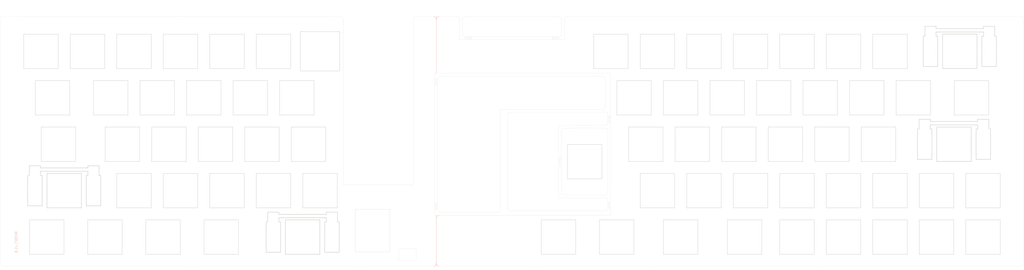
<source format=kicad_pcb>
(kicad_pcb (version 20241229) (generator "pcbnew") (generator_version "9.0")
  (layers (0 "F.Cu" signal) (2 "B.Cu" signal) (13 "F.Paste" user) (15 "B.Paste" user) (5 "F.SilkS" user "F.Silkscreen") (7 "B.SilkS" user "B.Silkscreen") (1 "F.Mask" user) (3 "B.Mask" user) (25 "Edge.Cuts" user))
  (net 0 "")
  (footprint "Rikkodo_FootPrint:rkd_unified_wid_BTM" (layer "F.Cu") (at 209.550176 95.25008)
    (property "Reference" "UnifiedW**" (hide yes))
    (property "Value" "rkd_unified_wid_BTM" (hide yes))
    (pad "" np_thru_hole circle (at -16.5 0) (size 2.2 2.2) (drill 2.2) (layers "*.Cu" "*.Mask"))
    (pad "" np_thru_hole circle (at 16.5 0) (size 2.2 2.2) (drill 2.2) (layers "*.Cu" "*.Mask"))
  )
  (footprint "kbd_SW_Hole:SW_Hole_1u" (layer "F.Cu") (at 321.46875 142.875)
    (property "Reference" "SW73" (hide yes))
    (property "Value" "SW_Push" (hide yes))
    (fp_line (start -7.05 -7.05) (end 7.05 -7.05) (stroke (width 0.15)) (layer "Edge.Cuts"))
    (fp_line (start -7.05 7.05) (end -7.05 -7.05) (stroke (width 0.15)) (layer "Edge.Cuts"))
    (fp_line (start 7.05 -7.05) (end 7.05 7.05) (stroke (width 0.15)) (layer "Edge.Cuts"))
    (fp_line (start 7.05 7.05) (end -7.05 7.05) (stroke (width 0.15)) (layer "Edge.Cuts"))
  )
  (footprint "kbd_SW_Hole:SW_Hole_1u" (layer "F.Cu") (at 50.00625 142.875)
    (property "Reference" "SW8" (hide yes))
    (property "Value" "SW_Push" (hide yes))
    (fp_line (start -7.05 -7.05) (end 7.05 -7.05) (stroke (width 0.15)) (layer "Edge.Cuts"))
    (fp_line (start -7.05 7.05) (end -7.05 -7.05) (stroke (width 0.15)) (layer "Edge.Cuts"))
    (fp_line (start 7.05 -7.05) (end 7.05 7.05) (stroke (width 0.15)) (layer "Edge.Cuts"))
    (fp_line (start 7.05 7.05) (end -7.05 7.05) (stroke (width 0.15)) (layer "Edge.Cuts"))
  )
  (footprint "kbd_SW_Hole:SW_Hole_1u" (layer "F.Cu") (at 16.66875 104.775)
    (property "Reference" "SW1" (hide yes))
    (property "Value" "SW_Push" (hide yes))
    (fp_line (start -7.05 -7.05) (end 7.05 -7.05) (stroke (width 0.15)) (layer "Edge.Cuts"))
    (fp_line (start -7.05 7.05) (end -7.05 -7.05) (stroke (width 0.15)) (layer "Edge.Cuts"))
    (fp_line (start 7.05 -7.05) (end 7.05 7.05) (stroke (width 0.15)) (layer "Edge.Cuts"))
    (fp_line (start 7.05 7.05) (end -7.05 7.05) (stroke (width 0.15)) (layer "Edge.Cuts"))
  )
  (footprint "kbd_Hole:m2_Screw_Hole" (layer "F.Cu") (at 266.7 190.5)
    (property "Reference" "Ref**")
    (property "Value" "Val**")
    (pad "" np_thru_hole circle (at 0 0) (size 2.2 2.2) (drill 2.2) (layers "*.Cu" "*.Mask"))
  )
  (footprint "Rikkodo_FootPrint:rkd_cutdot" (layer "F.Cu") (at 178.295944 168.473296 90)
    (property "Reference" "REF**" (hide yes))
    (property "Value" "rkd_cutdot" (hide yes))
    (fp_line (start 1.190624 0.297656) (end 1.190482 -0.297479) (stroke (width 0.05)) (layer "Edge.Cuts"))
    (fp_line (start -1.190628 0.297656) (end -1.190768 -0.297479) (stroke (width 0.05)) (layer "Edge.Cuts"))
    (pad "" np_thru_hole circle (at -0.893198 0.000356 180) (size 0.5 0.5) (drill 0.5) (layers "*.Cu" "*.Mask"))
    (pad "" np_thru_hole circle (at -0.297886 0.000356 180) (size 0.5 0.5) (drill 0.5) (layers "*.Cu" "*.Mask"))
    (pad "" np_thru_hole circle (at 0.297426 0.000356 180) (size 0.5 0.5) (drill 0.5) (layers "*.Cu" "*.Mask"))
    (pad "" np_thru_hole circle (at 0.892738 0.000356 180) (size 0.5 0.5) (drill 0.5) (layers "*.Cu" "*.Mask"))
  )
  (footprint "kbd_SW_Hole:SW_Hole_1u" (layer "F.Cu") (at 307.18125 104.775)
    (property "Reference" "SW66" (hide yes))
    (property "Value" "SW_Push" (hide yes))
    (fp_line (start -7.05 -7.05) (end 7.05 -7.05) (stroke (width 0.15)) (layer "Edge.Cuts"))
    (fp_line (start -7.05 7.05) (end -7.05 -7.05) (stroke (width 0.15)) (layer "Edge.Cuts"))
    (fp_line (start 7.05 -7.05) (end 7.05 7.05) (stroke (width 0.15)) (layer "Edge.Cuts"))
    (fp_line (start 7.05 7.05) (end -7.05 7.05) (stroke (width 0.15)) (layer "Edge.Cuts"))
  )
  (footprint "kbd_SW_Hole:SW_Hole_1u" (layer "F.Cu") (at 239.315625 150.01875)
    (property "Reference" "SW2" (hide yes))
    (property "Value" "KEY_SWITCH" (hide yes))
    (fp_line (start -7.05 -7.05) (end 7.05 -7.05) (stroke (width 0.15)) (layer "Edge.Cuts"))
    (fp_line (start -7.05 7.05) (end -7.05 -7.05) (stroke (width 0.15)) (layer "Edge.Cuts"))
    (fp_line (start 7.05 -7.05) (end 7.05 7.05) (stroke (width 0.15)) (layer "Edge.Cuts"))
    (fp_line (start 7.05 7.05) (end -7.05 7.05) (stroke (width 0.15)) (layer "Edge.Cuts"))
  )
  (footprint "kbd_Hole:m2_Screw_Hole" (layer "F.Cu") (at 180.975 173.83125)
    (property "Reference" "Ref**")
    (property "Value" "Val**")
    (pad "" np_thru_hole circle (at 0 0) (size 2.2 2.2) (drill 2.2) (layers "*.Cu" "*.Mask"))
  )
  (footprint "Rikkodo_FootPrint:rkd_cutdot" (layer "F.Cu") (at 249.733028 132.754346 90)
    (property "Reference" "REF**" (hide yes))
    (property "Value" "rkd_cutdot" (hide yes))
    (fp_line (start 1.190624 0.297656) (end 1.190482 -0.297479) (stroke (width 0.05)) (layer "Edge.Cuts"))
    (fp_line (start -1.190628 0.297656) (end -1.190768 -0.297479) (stroke (width 0.05)) (layer "Edge.Cuts"))
    (pad "" np_thru_hole circle (at -0.893198 0.000356 180) (size 0.5 0.5) (drill 0.5) (layers "*.Cu" "*.Mask"))
    (pad "" np_thru_hole circle (at -0.297886 0.000356 180) (size 0.5 0.5) (drill 0.5) (layers "*.Cu" "*.Mask"))
    (pad "" np_thru_hole circle (at 0.297426 0.000356 180) (size 0.5 0.5) (drill 0.5) (layers "*.Cu" "*.Mask"))
    (pad "" np_thru_hole circle (at 0.892738 0.000356 180) (size 0.5 0.5) (drill 0.5) (layers "*.Cu" "*.Mask"))
  )
  (footprint "Rikkodo_FootPrint:rkd_cutdot" (layer "F.Cu") (at 178.891256 117.276464 90)
    (property "Reference" "REF**" (hide yes))
    (property "Value" "rkd_cutdot" (hide yes))
    (fp_line (start 1.190624 0.297656) (end 1.190482 -0.297479) (stroke (width 0.05)) (layer "Edge.Cuts"))
    (fp_line (start -1.190628 0.297656) (end -1.190768 -0.297479) (stroke (width 0.05)) (layer "Edge.Cuts"))
    (pad "" np_thru_hole circle (at -0.893198 0.000356 180) (size 0.5 0.5) (drill 0.5) (layers "*.Cu" "*.Mask"))
    (pad "" np_thru_hole circle (at -0.297886 0.000356 180) (size 0.5 0.5) (drill 0.5) (layers "*.Cu" "*.Mask"))
    (pad "" np_thru_hole circle (at 0.297426 0.000356 180) (size 0.5 0.5) (drill 0.5) (layers "*.Cu" "*.Mask"))
    (pad "" np_thru_hole circle (at 0.892738 0.000356 180) (size 0.5 0.5) (drill 0.5) (layers "*.Cu" "*.Mask"))
  )
  (footprint "kbd_SW_Hole:SW_Hole_1u" (layer "F.Cu") (at 383.38125 180.975)
    (property "Reference" "SW85" (hide yes))
    (property "Value" "SW_Push" (hide yes))
    (fp_line (start -7.05 -7.05) (end 7.05 -7.05) (stroke (width 0.15)) (layer "Edge.Cuts"))
    (fp_line (start -7.05 7.05) (end -7.05 -7.05) (stroke (width 0.15)) (layer "Edge.Cuts"))
    (fp_line (start 7.05 -7.05) (end 7.05 7.05) (stroke (width 0.15)) (layer "Edge.Cuts"))
    (fp_line (start 7.05 7.05) (end -7.05 7.05) (stroke (width 0.15)) (layer "Edge.Cuts"))
  )
  (footprint "kbd_SW_Hole:SW_Hole_1u" (layer "F.Cu") (at 340.51875 142.875)
    (property "Reference" "SW78" (hide yes))
    (property "Value" "SW_Push" (hide yes))
    (fp_line (start -7.05 -7.05) (end 7.05 -7.05) (stroke (width 0.15)) (layer "Edge.Cuts"))
    (fp_line (start -7.05 7.05) (end -7.05 -7.05) (stroke (width 0.15)) (layer "Edge.Cuts"))
    (fp_line (start 7.05 -7.05) (end 7.05 7.05) (stroke (width 0.15)) (layer "Edge.Cuts"))
    (fp_line (start 7.05 7.05) (end -7.05 7.05) (stroke (width 0.15)) (layer "Edge.Cuts"))
  )
  (footprint "kbd_Hole:m2_Screw_Hole" (layer "F.Cu") (at 73.81875 92.86875)
    (property "Reference" "Ref**")
    (property "Value" "Val**")
    (pad "" np_thru_hole circle (at 0 0) (size 2.2 2.2) (drill 2.2) (layers "*.Cu" "*.Mask"))
  )
  (footprint "Rikkodo_FootPrint:rkd_cutdot" (layer "F.Cu") (at 249.733384 167.878266 90)
    (property "Reference" "REF**" (hide yes))
    (property "Value" "rkd_cutdot" (hide yes))
    (fp_line (start 1.190624 0.297656) (end 1.190482 -0.297479) (stroke (width 0.05)) (layer "Edge.Cuts"))
    (fp_line (start -1.190628 0.297656) (end -1.190768 -0.297479) (stroke (width 0.05)) (layer "Edge.Cuts"))
    (pad "" np_thru_hole circle (at -0.893198 0.000356 180) (size 0.5 0.5) (drill 0.5) (layers "*.Cu" "*.Mask"))
    (pad "" np_thru_hole circle (at -0.297886 0.000356 180) (size 0.5 0.5) (drill 0.5) (layers "*.Cu" "*.Mask"))
    (pad "" np_thru_hole circle (at 0.297426 0.000356 180) (size 0.5 0.5) (drill 0.5) (layers "*.Cu" "*.Mask"))
    (pad "" np_thru_hole circle (at 0.892738 0.000356 180) (size 0.5 0.5) (drill 0.5) (layers "*.Cu" "*.Mask"))
  )
  (footprint "kbd_SW_Hole:SW_Hole_1u" (layer "F.Cu") (at 259.55625 123.825)
    (property "Reference" "SW52" (hide yes))
    (property "Value" "SW_Push" (hide yes))
    (fp_line (start -7.05 -7.05) (end 7.05 -7.05) (stroke (width 0.15)) (layer "Edge.Cuts"))
    (fp_line (start -7.05 7.05) (end -7.05 -7.05) (stroke (width 0.15)) (layer "Edge.Cuts"))
    (fp_line (start 7.05 -7.05) (end 7.05 7.05) (stroke (width 0.15)) (layer "Edge.Cuts"))
    (fp_line (start 7.05 7.05) (end -7.05 7.05) (stroke (width 0.15)) (layer "Edge.Cuts"))
  )
  (footprint "kbd_SW_Hole:SW_Hole_1u" (layer "F.Cu") (at 288.13125 104.775)
    (property "Reference" "SW61" (hide yes))
    (property "Value" "SW_Push" (hide yes))
    (fp_line (start -7.05 -7.05) (end 7.05 -7.05) (stroke (width 0.15)) (layer "Edge.Cuts"))
    (fp_line (start -7.05 7.05) (end -7.05 -7.05) (stroke (width 0.15)) (layer "Edge.Cuts"))
    (fp_line (start 7.05 -7.05) (end 7.05 7.05) (stroke (width 0.15)) (layer "Edge.Cuts"))
    (fp_line (start 7.05 7.05) (end -7.05 7.05) (stroke (width 0.15)) (layer "Edge.Cuts"))
  )
  (footprint "kbd_SW_Hole:SW_Hole_1u" (layer "F.Cu") (at 326.23125 161.925)
    (property "Reference" "SW69" (hide yes))
    (property "Value" "SW_Push" (hide yes))
    (fp_line (start -7.05 -7.05) (end 7.05 -7.05) (stroke (width 0.15)) (layer "Edge.Cuts"))
    (fp_line (start -7.05 7.05) (end -7.05 -7.05) (stroke (width 0.15)) (layer "Edge.Cuts"))
    (fp_line (start 7.05 -7.05) (end 7.05 7.05) (stroke (width 0.15)) (layer "Edge.Cuts"))
    (fp_line (start 7.05 7.05) (end -7.05 7.05) (stroke (width 0.15)) (layer "Edge.Cuts"))
  )
  (footprint "kbd_Hole:m2_Screw_Hole" (layer "F.Cu") (at 180.975 111.91875)
    (property "Reference" "Ref**")
    (property "Value" "Val**")
    (pad "" np_thru_hole circle (at 0 0) (size 2.2 2.2) (drill 2.2) (layers "*.Cu" "*.Mask"))
  )
  (footprint "kbd_Hole:m2_Screw_Hole" (layer "F.Cu") (at 180.975 169.06875)
    (property "Reference" "Ref**")
    (property "Value" "Val**")
    (pad "" np_thru_hole circle (at 0 0) (size 2.2 2.2) (drill 2.2) (layers "*.Cu" "*.Mask"))
  )
  (footprint "kbd_SW_Hole:SW_Hole_1u" (layer "F.Cu") (at 359.56875 142.875)
    (property "Reference" "SW83" (hide yes))
    (property "Value" "SW_Push" (hide yes))
    (fp_line (start -7.05 -7.05) (end 7.05 -7.05) (stroke (width 0.15)) (layer "Edge.Cuts"))
    (fp_line (start -7.05 7.05) (end -7.05 -7.05) (stroke (width 0.15)) (layer "Edge.Cuts"))
    (fp_line (start 7.05 -7.05) (end 7.05 7.05) (stroke (width 0.15)) (layer "Edge.Cuts"))
    (fp_line (start 7.05 7.05) (end -7.05 7.05) (stroke (width 0.15)) (layer "Edge.Cuts"))
  )
  (footprint "kbd_Hole:m2_Screw_Hole" (layer "F.Cu") (at 97.63125 152.4)
    (property "Reference" "M4")
    (property "Value" "Mark")
    (pad "" np_thru_hole circle (at 0 0) (size 2.2 2.2) (drill 2.2) (layers "*.Cu" "*.Mask"))
  )
  (footprint "kbd_SW_Hole:SW_Hole_1u" (layer "F.Cu") (at 354.80625 123.825)
    (property "Reference" "SW77" (hide yes))
    (property "Value" "SW_Push" (hide yes))
    (fp_line (start -7.05 -7.05) (end 7.05 -7.05) (stroke (width 0.15)) (layer "Edge.Cuts"))
    (fp_line (start -7.05 7.05) (end -7.05 -7.05) (stroke (width 0.15)) (layer "Edge.Cuts"))
    (fp_line (start 7.05 -7.05) (end 7.05 7.05) (stroke (width 0.15)) (layer "Edge.Cuts"))
    (fp_line (start 7.05 7.05) (end -7.05 7.05) (stroke (width 0.15)) (layer "Edge.Cuts"))
  )
  (footprint "Rikkodo_FootPrint:rkd_cutdot" (layer "F.Cu") (at 227.409184 99.119448)
    (property "Reference" "REF**" (hide yes))
    (property "Value" "rkd_cutdot" (hide yes))
    (fp_line (start -1.190628 0.297656) (end -1.190768 -0.297479) (stroke (width 0.05)) (layer "Edge.Cuts"))
    (fp_line (start 1.190624 0.297656) (end 1.190482 -0.297479) (stroke (width 0.05)) (layer "Edge.Cuts"))
    (pad "" np_thru_hole circle (at -0.893198 0.000356 90) (size 0.5 0.5) (drill 0.5) (layers "*.Cu" "*.Mask"))
    (pad "" np_thru_hole circle (at -0.297886 0.000356 90) (size 0.5 0.5) (drill 0.5) (layers "*.Cu" "*.Mask"))
    (pad "" np_thru_hole circle (at 0.297426 0.000356 90) (size 0.5 0.5) (drill 0.5) (layers "*.Cu" "*.Mask"))
    (pad "" np_thru_hole circle (at 0.892738 0.000356 90) (size 0.5 0.5) (drill 0.5) (layers "*.Cu" "*.Mask"))
  )
  (footprint "kbd_SW_Hole:SW_Hole_1u" (layer "F.Cu") (at 83.34375 123.825)
    (property "Reference" "SW17" (hide yes))
    (property "Value" "SW_Push" (hide yes))
    (fp_line (start -7.05 -7.05) (end 7.05 -7.05) (stroke (width 0.15)) (layer "Edge.Cuts"))
    (fp_line (start -7.05 7.05) (end -7.05 -7.05) (stroke (width 0.15)) (layer "Edge.Cuts"))
    (fp_line (start 7.05 -7.05) (end 7.05 7.05) (stroke (width 0.15)) (layer "Edge.Cuts"))
    (fp_line (start 7.05 7.05) (end -7.05 7.05) (stroke (width 0.15)) (layer "Edge.Cuts"))
  )
  (footprint "Rikkodo_FootPrint:rkd_cutdot" (layer "F.Cu") (at 229.492776 150.01875 90)
    (property "Reference" "REF**" (hide yes))
    (property "Value" "rkd_cutdot" (hide yes))
    (fp_line (start 1.190624 0.297656) (end 1.190482 -0.297479) (stroke (width 0.05)) (layer "Edge.Cuts"))
    (fp_line (start -1.190628 0.297656) (end -1.190768 -0.297479) (stroke (width 0.05)) (layer "Edge.Cuts"))
    (pad "" np_thru_hole circle (at -0.893198 0.000356 180) (size 0.5 0.5) (drill 0.5) (layers "*.Cu" "*.Mask"))
    (pad "" np_thru_hole circle (at -0.297886 0.000356 180) (size 0.5 0.5) (drill 0.5) (layers "*.Cu" "*.Mask"))
    (pad "" np_thru_hole circle (at 0.297426 0.000356 180) (size 0.5 0.5) (drill 0.5) (layers "*.Cu" "*.Mask"))
    (pad "" np_thru_hole circle (at 0.892738 0.000356 180) (size 0.5 0.5) (drill 0.5) (layers "*.Cu" "*.Mask"))
  )
  (footprint "kbd_SW_Hole:SW_Hole_1u" (layer "F.Cu") (at 54.76875 161.925)
    (property "Reference" "SW9" (hide yes))
    (property "Value" "SW_Push" (hide yes))
    (fp_line (start -7.05 -7.05) (end 7.05 -7.05) (stroke (width 0.15)) (layer "Edge.Cuts"))
    (fp_line (start -7.05 7.05) (end -7.05 -7.05) (stroke (width 0.15)) (layer "Edge.Cuts"))
    (fp_line (start 7.05 -7.05) (end 7.05 7.05) (stroke (width 0.15)) (layer "Edge.Cuts"))
    (fp_line (start 7.05 7.05) (end -7.05 7.05) (stroke (width 0.15)) (layer "Edge.Cuts"))
  )
  (footprint "kbd_SW_Hole:SW_Hole_1.5u" (layer "F.Cu") (at 278.60625 180.975)
    (property "Reference" "SW60" (hide yes))
    (property "Value" "SW_Push" (hide yes))
    (fp_line (start -7.05 -7.05) (end 7.05 -7.05) (stroke (width 0.15)) (layer "Edge.Cuts"))
    (fp_line (start -7.05 7.05) (end -7.05 -7.05) (stroke (width 0.15)) (layer "Edge.Cuts"))
    (fp_line (start 7.05 -7.05) (end 7.05 7.05) (stroke (width 0.15)) (layer "Edge.Cuts"))
    (fp_line (start 7.05 7.05) (end -7.05 7.05) (stroke (width 0.15)) (layer "Edge.Cuts"))
  )
  (footprint "kbd_SW_Hole:SW_Hole_1u" (layer "F.Cu") (at 283.36875 142.875)
    (property "Reference" "SW63" (hide yes))
    (property "Value" "SW_Push" (hide yes))
    (fp_line (start -7.05 -7.05) (end 7.05 -7.05) (stroke (width 0.15)) (layer "Edge.Cuts"))
    (fp_line (start -7.05 7.05) (end -7.05 -7.05) (stroke (width 0.15)) (layer "Edge.Cuts"))
    (fp_line (start 7.05 -7.05) (end 7.05 7.05) (stroke (width 0.15)) (layer "Edge.Cuts"))
    (fp_line (start 7.05 7.05) (end -7.05 7.05) (stroke (width 0.15)) (layer "Edge.Cuts"))
  )
  (footprint "kbd_Hole:m2_Screw_Hole" (layer "F.Cu") (at 416.71875 92.86875)
    (property "Reference" "Ref**")
    (property "Value" "Val**")
    (pad "" np_thru_hole circle (at 0 0) (size 2.2 2.2) (drill 2.2) (layers "*.Cu" "*.Mask"))
  )
  (footprint "kbd_Hole:m2_Screw_Hole" (layer "F.Cu") (at 54.76875 133.35)
    (property "Reference" "M3")
    (property "Value" "Mark")
    (pad "" np_thru_hole circle (at 0 0) (size 2.2 2.2) (drill 2.2) (layers "*.Cu" "*.Mask"))
  )
  (footprint "Rikkodo_FootPrint:rkd_az_hole" (layer "F.Cu") (at 130.96886 104.775088)
    (property "Reference" "SW26" (hide yes))
    (property "Value" "SW_Push" (hide yes))
    (fp_line (start -8.05 -8.05) (end 8.05 -8.05) (stroke (width 0.15)) (layer "Edge.Cuts"))
    (fp_line (start -8.05 8.05) (end -8.05 -8.05) (stroke (width 0.15)) (layer "Edge.Cuts"))
    (fp_line (start 8.05 -8.05) (end 8.05 8.05) (stroke (width 0.15)) (layer "Edge.Cuts"))
    (fp_line (start 8.05 8.05) (end -8.05 8.05) (stroke (width 0.15)) (layer "Edge.Cuts"))
  )
  (footprint "kbd_SW_Hole:SW_Hole_1u" (layer "F.Cu") (at 302.41875 142.875)
    (property "Reference" "SW68" (hide yes))
    (property "Value" "SW_Push" (hide yes))
    (fp_line (start -7.05 -7.05) (end 7.05 -7.05) (stroke (width 0.15)) (layer "Edge.Cuts"))
    (fp_line (start -7.05 7.05) (end -7.05 -7.05) (stroke (width 0.15)) (layer "Edge.Cuts"))
    (fp_line (start 7.05 -7.05) (end 7.05 7.05) (stroke (width 0.15)) (layer "Edge.Cuts"))
    (fp_line (start 7.05 7.05) (end -7.05 7.05) (stroke (width 0.15)) (layer "Edge.Cuts"))
  )
  (footprint "kbd_SW_Hole:SW_Hole_1.25u" (layer "F.Cu") (at 304.8 180.975)
    (property "Reference" "SW65" (hide yes))
    (property "Value" "SW_Push" (hide yes))
    (fp_line (start -7.05 -7.05) (end 7.05 -7.05) (stroke (width 0.15)) (layer "Edge.Cuts"))
    (fp_line (start -7.05 7.05) (end -7.05 -7.05) (stroke (width 0.15)) (layer "Edge.Cuts"))
    (fp_line (start 7.05 -7.05) (end 7.05 7.05) (stroke (width 0.15)) (layer "Edge.Cuts"))
    (fp_line (start 7.05 7.05) (end -7.05 7.05) (stroke (width 0.15)) (layer "Edge.Cuts"))
  )
  (footprint "kbd_SW_Hole:SW_Hole_1u" (layer "F.Cu") (at 35.71875 104.775)
    (property "Reference" "SW6" (hide yes))
    (property "Value" "SW_Push" (hide yes))
    (fp_line (start -7.05 -7.05) (end 7.05 -7.05) (stroke (width 0.15)) (layer "Edge.Cuts"))
    (fp_line (start -7.05 7.05) (end -7.05 -7.05) (stroke (width 0.15)) (layer "Edge.Cuts"))
    (fp_line (start 7.05 -7.05) (end 7.05 7.05) (stroke (width 0.15)) (layer "Edge.Cuts"))
    (fp_line (start 7.05 7.05) (end -7.05 7.05) (stroke (width 0.15)) (layer "Edge.Cuts"))
  )
  (footprint "kbd_SW_Hole:SW_Hole_1.5u" (layer "F.Cu") (at 397.66875 123.825)
    (property "Reference" "SW87" (hide yes))
    (property "Value" "SW_Push" (hide yes))
    (fp_line (start -7.05 -7.05) (end 7.05 -7.05) (stroke (width 0.15)) (layer "Edge.Cuts"))
    (fp_line (start -7.05 7.05) (end -7.05 -7.05) (stroke (width 0.15)) (layer "Edge.Cuts"))
    (fp_line (start 7.05 -7.05) (end 7.05 7.05) (stroke (width 0.15)) (layer "Edge.Cuts"))
    (fp_line (start 7.05 7.05) (end -7.05 7.05) (stroke (width 0.15)) (layer "Edge.Cuts"))
  )
  (footprint "kbd_SW_Hole:SW_Hole_1u" (layer "F.Cu") (at 107.15625 142.875)
    (property "Reference" "SW23" (hide yes))
    (property "Value" "SW_Push" (hide yes))
    (fp_line (start -7.05 -7.05) (end 7.05 -7.05) (stroke (width 0.15)) (layer "Edge.Cuts"))
    (fp_line (start -7.05 7.05) (end -7.05 -7.05) (stroke (width 0.15)) (layer "Edge.Cuts"))
    (fp_line (start 7.05 -7.05) (end 7.05 7.05) (stroke (width 0.15)) (layer "Edge.Cuts"))
    (fp_line (start 7.05 7.05) (end -7.05 7.05) (stroke (width 0.15)) (layer "Edge.Cuts"))
  )
  (footprint "kbd_Hole:m2_Screw_Hole" (layer "F.Cu") (at 219.075 190.5)
    (property "Reference" "Ref**")
    (property "Value" "Val**")
    (pad "" np_thru_hole circle (at 0 0) (size 2.2 2.2) (drill 2.2) (layers "*.Cu" "*.Mask"))
  )
  (footprint "kbd_Hole:m2_Screw_Hole" (layer "F.Cu") (at 2.38125 190.5)
    (property "Reference" "Ref**")
    (property "Value" "Val**")
    (pad "" np_thru_hole circle (at 0 0) (size 2.2 2.2) (drill 2.2) (layers "*.Cu" "*.Mask"))
  )
  (footprint "kbd_SW_Hole:SW_Hole_1u" (layer "F.Cu") (at 45.24375 123.825)
    (property "Reference" "SW7" (hide yes))
    (property "Value" "SW_Push" (hide yes))
    (fp_line (start -7.05 -7.05) (end 7.05 -7.05) (stroke (width 0.15)) (layer "Edge.Cuts"))
    (fp_line (start -7.05 7.05) (end -7.05 -7.05) (stroke (width 0.15)) (layer "Edge.Cuts"))
    (fp_line (start 7.05 -7.05) (end 7.05 7.05) (stroke (width 0.15)) (layer "Edge.Cuts"))
    (fp_line (start 7.05 7.05) (end -7.05 7.05) (stroke (width 0.15)) (layer "Edge.Cuts"))
  )
  (footprint "kbd_SW_Hole:SW_Hole_1.75u" (layer "F.Cu") (at 23.81255 142.875)
    (property "Reference" "SW3" (hide yes))
    (property "Value" "SW_Push" (hide yes))
    (fp_line (start -7.05 -7.05) (end 7.05 -7.05) (stroke (width 0.15)) (layer "Edge.Cuts"))
    (fp_line (start -7.05 7.05) (end -7.05 -7.05) (stroke (width 0.15)) (layer "Edge.Cuts"))
    (fp_line (start 7.05 -7.05) (end 7.05 7.05) (stroke (width 0.15)) (layer "Edge.Cuts"))
    (fp_line (start 7.05 7.05) (end -7.05 7.05) (stroke (width 0.15)) (layer "Edge.Cuts"))
  )
  (footprint "kbd_SW_Hole:SW_Hole_1u" (layer "F.Cu") (at 297.65625 123.825)
    (property "Reference" "SW62" (hide yes))
    (property "Value" "SW_Push" (hide yes))
    (fp_line (start -7.05 -7.05) (end 7.05 -7.05) (stroke (width 0.15)) (layer "Edge.Cuts"))
    (fp_line (start -7.05 7.05) (end -7.05 -7.05) (stroke (width 0.15)) (layer "Edge.Cuts"))
    (fp_line (start 7.05 -7.05) (end 7.05 7.05) (stroke (width 0.15)) (layer "Edge.Cuts"))
    (fp_line (start 7.05 7.05) (end -7.05 7.05) (stroke (width 0.15)) (layer "Edge.Cuts"))
  )
  (footprint "kbd_SW_Hole:SW_Hole_1u" (layer "F.Cu") (at 383.38125 161.925)
    (property "Reference" "SW84" (hide yes))
    (property "Value" "SW_Push" (hide yes))
    (fp_line (start -7.05 -7.05) (end 7.05 -7.05) (stroke (width 0.15)) (layer "Edge.Cuts"))
    (fp_line (start -7.05 7.05) (end -7.05 -7.05) (stroke (width 0.15)) (layer "Edge.Cuts"))
    (fp_line (start 7.05 -7.05) (end 7.05 7.05) (stroke (width 0.15)) (layer "Edge.Cuts"))
    (fp_line (start 7.05 7.05) (end -7.05 7.05) (stroke (width 0.15)) (layer "Edge.Cuts"))
  )
  (footprint "kbd_SW_Hole:SW_Hole_1u" (layer "F.Cu") (at 102.39375 123.825)
    (property "Reference" "SW22" (hide yes))
    (property "Value" "SW_Push" (hide yes))
    (fp_line (start -7.05 -7.05) (end 7.05 -7.05) (stroke (width 0.15)) (layer "Edge.Cuts"))
    (fp_line (start -7.05 7.05) (end -7.05 -7.05) (stroke (width 0.15)) (layer "Edge.Cuts"))
    (fp_line (start 7.05 -7.05) (end 7.05 7.05) (stroke (width 0.15)) (layer "Edge.Cuts"))
    (fp_line (start 7.05 7.05) (end -7.05 7.05) (stroke (width 0.15)) (layer "Edge.Cuts"))
  )
  (footprint "Rikkodo_FootPrint:rkd_cutdot" (layer "F.Cu") (at 228.897464 150.018624 90)
    (property "Reference" "REF**" (hide yes))
    (property "Value" "rkd_cutdot" (hide yes))
    (fp_line (start 1.190624 0.297656) (end 1.190482 -0.297479) (stroke (width 0.05)) (layer "Edge.Cuts"))
    (fp_line (start -1.190628 0.297656) (end -1.190768 -0.297479) (stroke (width 0.05)) (layer "Edge.Cuts"))
    (pad "" np_thru_hole circle (at -0.893198 0.000356 180) (size 0.5 0.5) (drill 0.5) (layers "*.Cu" "*.Mask"))
    (pad "" np_thru_hole circle (at -0.297886 0.000356 180) (size 0.5 0.5) (drill 0.5) (layers "*.Cu" "*.Mask"))
    (pad "" np_thru_hole circle (at 0.297426 0.000356 180) (size 0.5 0.5) (drill 0.5) (layers "*.Cu" "*.Mask"))
    (pad "" np_thru_hole circle (at 0.892738 0.000356 180) (size 0.5 0.5) (drill 0.5) (layers "*.Cu" "*.Mask"))
  )
  (footprint "Rikkodo_FootPrint:rkd_cutdot" (layer "F.Cu") (at 227.409184 99.71476)
    (property "Reference" "REF**" (hide yes))
    (property "Value" "rkd_cutdot" (hide yes))
    (fp_line (start -1.190628 0.297656) (end -1.190768 -0.297479) (stroke (width 0.05)) (layer "Edge.Cuts"))
    (fp_line (start 1.190624 0.297656) (end 1.190482 -0.297479) (stroke (width 0.05)) (layer "Edge.Cuts"))
    (pad "" np_thru_hole circle (at -0.893198 0.000356 90) (size 0.5 0.5) (drill 0.5) (layers "*.Cu" "*.Mask"))
    (pad "" np_thru_hole circle (at -0.297886 0.000356 90) (size 0.5 0.5) (drill 0.5) (layers "*.Cu" "*.Mask"))
    (pad "" np_thru_hole circle (at 0.297426 0.000356 90) (size 0.5 0.5) (drill 0.5) (layers "*.Cu" "*.Mask"))
    (pad "" np_thru_hole circle (at 0.892738 0.000356 90) (size 0.5 0.5) (drill 0.5) (layers "*.Cu" "*.Mask"))
  )
  (footprint "kbd_Hole:m2_Screw_Hole" (layer "F.Cu") (at 180.975 190.5)
    (property "Reference" "Ref**")
    (property "Value" "Val**")
    (pad "" np_thru_hole circle (at 0 0) (size 2.2 2.2) (drill 2.2) (layers "*.Cu" "*.Mask"))
  )
  (footprint "kbd_SW_Hole:SW_Hole_1u" (layer "F.Cu") (at 126.20625 142.875)
    (property "Reference" "SW28" (hide yes))
    (property "Value" "SW_Push" (hide yes))
    (fp_line (start -7.05 -7.05) (end 7.05 -7.05) (stroke (width 0.15)) (layer "Edge.Cuts"))
    (fp_line (start -7.05 7.05) (end -7.05 -7.05) (stroke (width 0.15)) (layer "Edge.Cuts"))
    (fp_line (start 7.05 -7.05) (end 7.05 7.05) (stroke (width 0.15)) (layer "Edge.Cuts"))
    (fp_line (start 7.05 7.05) (end -7.05 7.05) (stroke (width 0.15)) (layer "Edge.Cuts"))
  )
  (footprint "kbd_Hole:m2_Screw_Hole" (layer "F.Cu") (at 245.26875 116.68125)
    (property "Reference" "Ref**")
    (property "Value" "Val**")
    (pad "" np_thru_hole circle (at 0 0) (size 2.2 2.2) (drill 2.2) (layers "*.Cu" "*.Mask"))
  )
  (footprint "kbd_SW_Hole:SW_Hole_1u" (layer "F.Cu") (at 373.85625 123.825)
    (property "Reference" "SW82" (hide yes))
    (property "Value" "SW_Push" (hide yes))
    (fp_line (start -7.05 -7.05) (end 7.05 -7.05) (stroke (width 0.15)) (layer "Edge.Cuts"))
    (fp_line (start -7.05 7.05) (end -7.05 -7.05) (stroke (width 0.15)) (layer "Edge.Cuts"))
    (fp_line (start 7.05 -7.05) (end 7.05 7.05) (stroke (width 0.15)) (layer "Edge.Cuts"))
    (fp_line (start 7.05 7.05) (end -7.05 7.05) (stroke (width 0.15)) (layer "Edge.Cuts"))
  )
  (footprint "kbd_SW_Hole:SW_Hole_1.25u" (layer "F.Cu") (at 66.67505 180.975)
    (property "Reference" "SW15" (hide yes))
    (property "Value" "SW_Push" (hide yes))
    (fp_line (start -7.05 -7.05) (end 7.05 -7.05) (stroke (width 0.15)) (layer "Edge.Cuts"))
    (fp_line (start -7.05 7.05) (end -7.05 -7.05) (stroke (width 0.15)) (layer "Edge.Cuts"))
    (fp_line (start 7.05 -7.05) (end 7.05 7.05) (stroke (width 0.15)) (layer "Edge.Cuts"))
    (fp_line (start 7.05 7.05) (end -7.05 7.05) (stroke (width 0.15)) (layer "Edge.Cuts"))
  )
  (footprint "kbd_SW_Hole:SW_Hole_1.25u" (layer "F.Cu") (at 19.05005 180.975)
    (property "Reference" "SW5" (hide yes))
    (property "Value" "SW_Push" (hide yes))
    (fp_line (start -7.05 -7.05) (end 7.05 -7.05) (stroke (width 0.15)) (layer "Edge.Cuts"))
    (fp_line (start -7.05 7.05) (end -7.05 -7.05) (stroke (width 0.15)) (layer "Edge.Cuts"))
    (fp_line (start 7.05 -7.05) (end 7.05 7.05) (stroke (width 0.15)) (layer "Edge.Cuts"))
    (fp_line (start 7.05 7.05) (end -7.05 7.05) (stroke (width 0.15)) (layer "Edge.Cuts"))
  )
  (footprint "kbd_SW_Hole:SW_Hole_1u" (layer "F.Cu") (at 92.86875 161.925)
    (property "Reference" "SW19" (hide yes))
    (property "Value" "SW_Push" (hide yes))
    (fp_line (start -7.05 -7.05) (end 7.05 -7.05) (stroke (width 0.15)) (layer "Edge.Cuts"))
    (fp_line (start -7.05 7.05) (end -7.05 -7.05) (stroke (width 0.15)) (layer "Edge.Cuts"))
    (fp_line (start 7.05 -7.05) (end 7.05 7.05) (stroke (width 0.15)) (layer "Edge.Cuts"))
    (fp_line (start 7.05 7.05) (end -7.05 7.05) (stroke (width 0.15)) (layer "Edge.Cuts"))
  )
  (footprint "kbd_SW_Hole:SW_Hole_1u" (layer "F.Cu") (at 264.31875 142.875)
    (property "Reference" "SW54" (hide yes))
    (property "Value" "SW_Push" (hide yes))
    (fp_line (start -7.05 -7.05) (end 7.05 -7.05) (stroke (width 0.15)) (layer "Edge.Cuts"))
    (fp_line (start -7.05 7.05) (end -7.05 -7.05) (stroke (width 0.15)) (layer "Edge.Cuts"))
    (fp_line (start 7.05 -7.05) (end 7.05 7.05) (stroke (width 0.15)) (layer "Edge.Cuts"))
    (fp_line (start 7.05 7.05) (end -7.05 7.05) (stroke (width 0.15)) (layer "Edge.Cuts"))
  )
  (footprint "kbd_Hole:m2_Screw_Hole" (layer "F.Cu") (at 78.58125 190.5)
    (property "Reference" "Ref**")
    (property "Value" "Val**")
    (pad "" np_thru_hole circle (at 0 0) (size 2.2 2.2) (drill 2.2) (layers "*.Cu" "*.Mask"))
  )
  (footprint "kbd_SW_Hole:SW_Hole_1u" (layer "F.Cu") (at 288.13125 161.925)
    (property "Reference" "SW59" (hide yes))
    (property "Value" "SW_Push" (hide yes))
    (fp_line (start -7.05 -7.05) (end 7.05 -7.05) (stroke (width 0.15)) (layer "Edge.Cuts"))
    (fp_line (start -7.05 7.05) (end -7.05 -7.05) (stroke (width 0.15)) (layer "Edge.Cuts"))
    (fp_line (start 7.05 -7.05) (end 7.05 7.05) (stroke (width 0.15)) (layer "Edge.Cuts"))
    (fp_line (start 7.05 7.05) (end -7.05 7.05) (stroke (width 0.15)) (layer "Edge.Cuts"))
  )
  (footprint "kbd_SW_Hole:SW_Hole_1u" (layer "F.Cu") (at 130.96875 161.925)
    (property "Reference" "SW29" (hide yes))
    (property "Value" "SW_Push" (hide yes))
    (fp_line (start -7.05 -7.05) (end 7.05 -7.05) (stroke (width 0.15)) (layer "Edge.Cuts"))
    (fp_line (start -7.05 7.05) (end -7.05 -7.05) (stroke (width 0.15)) (layer "Edge.Cuts"))
    (fp_line (start 7.05 -7.05) (end 7.05 7.05) (stroke (width 0.15)) (layer "Edge.Cuts"))
    (fp_line (start 7.05 7.05) (end -7.05 7.05) (stroke (width 0.15)) (layer "Edge.Cuts"))
  )
  (footprint "kbd_Hole:m2_Screw_Hole" (layer "F.Cu") (at 311.94375 152.4)
    (property "Reference" "M5")
    (property "Value" "Mark")
    (pad "" np_thru_hole circle (at 0 0) (size 2.2 2.2) (drill 2.2) (layers "*.Cu" "*.Mask"))
  )
  (footprint "kbd_SW_Hole:SW_Hole_1u" (layer "F.Cu") (at 88.10625 142.875)
    (property "Reference" "SW18" (hide yes))
    (property "Value" "SW_Push" (hide yes))
    (fp_line (start -7.05 -7.05) (end 7.05 -7.05) (stroke (width 0.15)) (layer "Edge.Cuts"))
    (fp_line (start -7.05 7.05) (end -7.05 -7.05) (stroke (width 0.15)) (layer "Edge.Cuts"))
    (fp_line (start 7.05 -7.05) (end 7.05 7.05) (stroke (width 0.15)) (layer "Edge.Cuts"))
    (fp_line (start 7.05 7.05) (end -7.05 7.05) (stroke (width 0.15)) (layer "Edge.Cuts"))
  )
  (footprint "kbd_SW_Hole:SW_Hole_1.5u" (layer "F.Cu") (at 21.43125 123.825)
    (property "Reference" "SW2" (hide yes))
    (property "Value" "SW_Push" (hide yes))
    (fp_line (start -7.05 -7.05) (end 7.05 -7.05) (stroke (width 0.15)) (layer "Edge.Cuts"))
    (fp_line (start -7.05 7.05) (end -7.05 -7.05) (stroke (width 0.15)) (layer "Edge.Cuts"))
    (fp_line (start 7.05 -7.05) (end 7.05 7.05) (stroke (width 0.15)) (layer "Edge.Cuts"))
    (fp_line (start 7.05 7.05) (end -7.05 7.05) (stroke (width 0.15)) (layer "Edge.Cuts"))
  )
  (footprint "kbd_Hole:m2_Screw_Hole" (layer "F.Cu") (at 250.03125 92.86875)
    (property "Reference" "Ref**")
    (property "Value" "Val**")
    (pad "" np_thru_hole circle (at 0 0) (size 2.2 2.2) (drill 2.2) (layers "*.Cu" "*.Mask"))
  )
  (footprint "Rikkodo_FootPrint:rkd_Point_Screw_Hall" (layer "F.Cu") (at 239.315826 150.018876)
    (property "Reference" "Point1" (hide yes))
    (property "Value" "PointScrewHall" (hide yes))
    (pad "" np_thru_hole circle (at -7.25 -12) (size 2.2 2.2) (drill 2.2) (layers "*.Cu" "*.Mask"))
    (pad "" np_thru_hole circle (at -7.25 12) (size 2.2 2.2) (drill 2.2) (layers "*.Cu" "*.Mask"))
    (pad "" np_thru_hole circle (at 7.25 -12) (size 2.2 2.2) (drill 2.2) (layers "*.Cu" "*.Mask"))
    (pad "" np_thru_hole circle (at 7.25 12) (size 2.2 2.2) (drill 2.2) (layers "*.Cu" "*.Mask"))
  )
  (footprint "kbd_SW_Hole:SW_Hole_1u" (layer "F.Cu") (at 326.23125 104.775)
    (property "Reference" "SW71" (hide yes))
    (property "Value" "SW_Push" (hide yes))
    (fp_line (start -7.05 -7.05) (end 7.05 -7.05) (stroke (width 0.15)) (layer "Edge.Cuts"))
    (fp_line (start -7.05 7.05) (end -7.05 -7.05) (stroke (width 0.15)) (layer "Edge.Cuts"))
    (fp_line (start 7.05 -7.05) (end 7.05 7.05) (stroke (width 0.15)) (layer "Edge.Cuts"))
    (fp_line (start 7.05 7.05) (end -7.05 7.05) (stroke (width 0.15)) (layer "Edge.Cuts"))
  )
  (footprint "kbd_SW_Hole:SW_Hole_1u" (layer "F.Cu") (at 111.91875 104.775)
    (property "Reference" "SW26" (hide yes))
    (property "Value" "SW_Push" (hide yes))
    (fp_line (start -7.05 -7.05) (end 7.05 -7.05) (stroke (width 0.15)) (layer "Edge.Cuts"))
    (fp_line (start -7.05 7.05) (end -7.05 -7.05) (stroke (width 0.15)) (layer "Edge.Cuts"))
    (fp_line (start 7.05 -7.05) (end 7.05 7.05) (stroke (width 0.15)) (layer "Edge.Cuts"))
    (fp_line (start 7.05 7.05) (end -7.05 7.05) (stroke (width 0.15)) (layer "Edge.Cuts"))
  )
  (footprint "kbd_Hole:m2_Screw_Hole" (layer "F.Cu") (at 138.1125 92.86875)
    (property "Reference" "Ref**")
    (property "Value" "Val**")
    (pad "" np_thru_hole circle (at 0 0) (size 2.2 2.2) (drill 2.2) (layers "*.Cu" "*.Mask"))
  )
  (footprint "kbd_SW_Hole:SW_Hole_1u" (layer "F.Cu") (at 111.91875 161.925)
    (property "Reference" "SW24" (hide yes))
    (property "Value" "SW_Push" (hide yes))
    (fp_line (start -7.05 -7.05) (end 7.05 -7.05) (stroke (width 0.15)) (layer "Edge.Cuts"))
    (fp_line (start -7.05 7.05) (end -7.05 -7.05) (stroke (width 0.15)) (layer "Edge.Cuts"))
    (fp_line (start 7.05 -7.05) (end 7.05 7.05) (stroke (width 0.15)) (layer "Edge.Cuts"))
    (fp_line (start 7.05 7.05) (end -7.05 7.05) (stroke (width 0.15)) (layer "Edge.Cuts"))
  )
  (footprint "kbd_SW_Hole:SW_Hole_1u" (layer "F.Cu") (at 364.33125 104.775)
    (property "Reference" "SW81" (hide yes))
    (property "Value" "SW_Push" (hide yes))
    (fp_line (start -7.05 -7.05) (end 7.05 -7.05) (stroke (width 0.15)) (layer "Edge.Cuts"))
    (fp_line (start -7.05 7.05) (end -7.05 -7.05) (stroke (width 0.15)) (layer "Edge.Cuts"))
    (fp_line (start 7.05 -7.05) (end 7.05 7.05) (stroke (width 0.15)) (layer "Edge.Cuts"))
    (fp_line (start 7.05 7.05) (end -7.05 7.05) (stroke (width 0.15)) (layer "Edge.Cuts"))
  )
  (footprint "Rikkodo_FootPrint:rkd_Top_GateronChocV2_2u" (layer "F.Cu") (at 123.82505 180.975)
    (property "Reference" "SW25" (hide yes))
    (property "Value" "SW_Push" (hide yes))
    (fp_line (start -14.975 -3.975) (end -14.975 3.975) (stroke (width 0.2)) (layer "Edge.Cuts"))
    (fp_line (start -14.95 -6.225) (end -14.95 -4) (stroke (width 0.2)) (layer "Edge.Cuts"))
    (fp_line (start -14.95 -6.225) (end -14.275 -6.225) (stroke (width 0.2)) (layer "Edge.Cuts"))
    (fp_line (start -14.95 -4) (end -14.975 -3.975) (stroke (width 0.2)) (layer "Edge.Cuts"))
    (fp_line (start -14.95 3.975) (end -14.975 3.975) (stroke (width 0.2)) (layer "Edge.Cuts"))
    (fp_line (start -14.95 3.975) (end -14.95 6.225) (stroke (width 0.2)) (layer "Edge.Cuts"))
    (fp_line (start -14.275 -10.225) (end -9.725 -10.225) (stroke (width 0.2)) (layer "Edge.Cuts"))
    (fp_line (start -14.275 -6.225) (end -14.275 -10.225) (stroke (width 0.2)) (layer "Edge.Cuts"))
    (fp_line (start -9.725 -9.325) (end -9.725 -10.225) (stroke (width 0.2)) (layer "Edge.Cuts"))
    (fp_line (start -9.725 -9.325) (end 9.725 -9.325) (stroke (width 0.2)) (layer "Edge.Cuts"))
    (fp_line (start -9.725 -7.925) (end 9.725 -7.925) (stroke (width 0.2)) (layer "Edge.Cuts"))
    (fp_line (start -9.725 -6.225) (end -9.725 -7.925) (stroke (width 0.2)) (layer "Edge.Cuts"))
    (fp_line (start -9.725 -6.225) (end -9.05 -6.225) (stroke (width 0.2)) (layer "Edge.Cuts"))
    (fp_line (start -9.05 -6.225) (end -9.05 -4) (stroke (width 0.2)) (layer "Edge.Cuts"))
    (fp_line (start -9.05 -4) (end -9.025 -3.975) (stroke (width 0.2)) (layer "Edge.Cuts"))
    (fp_line (start -9.05 3.975) (end -9.05 6.225) (stroke (width 0.2)) (layer "Edge.Cuts"))
    (fp_line (start -9.05 6.225) (end -14.95 6.225) (stroke (width 0.2)) (layer "Edge.Cuts"))
    (fp_line (start -9.025 -3.975) (end -9.025 3.975) (stroke (width 0.2)) (layer "Edge.Cuts"))
    (fp_line (start -9.025 3.975) (end -9.05 3.975) (stroke (width 0.2)) (layer "Edge.Cuts"))
    (fp_line (start -7.05 -7.05) (end 7.05 -7.05) (stroke (width 0.2)) (layer "Edge.Cuts"))
    (fp_line (start -7.05 7.05) (end -7.05 -7.05) (stroke (width 0.2)) (layer "Edge.Cuts"))
    (fp_line (start 7.05 -7.05) (end 7.05 7.05) (stroke (width 0.2)) (layer "Edge.Cuts"))
    (fp_line (start 7.05 7.05) (end -7.05 7.05) (stroke (width 0.2)) (layer "Edge.Cuts"))
    (fp_line (start 9.025 -3.975) (end 9.025 3.975) (stroke (width 0.2)) (layer "Edge.Cuts"))
    (fp_line (start 9.05 -6.225) (end 9.05 -4) (stroke (width 0.2)) (layer "Edge.Cuts"))
    (fp_line (start 9.05 -6.225) (end 9.725 -6.225) (stroke (width 0.2)) (layer "Edge.Cuts"))
    (fp_line (start 9.05 -4) (end 9.025 -3.975) (stroke (width 0.2)) (layer "Edge.Cuts"))
    (fp_line (start 9.05 3.975) (end 9.025 3.975) (stroke (width 0.2)) (layer "Edge.Cuts"))
    (fp_line (start 9.05 3.975) (end 9.05 6.225) (stroke (width 0.2)) (layer "Edge.Cuts"))
    (fp_line (start 9.725 -10.225) (end 9.725 -9.325) (stroke (width 0.2)) (layer "Edge.Cuts"))
    (fp_line (start 9.725 -10.225) (end 14.275 -10.225) (stroke (width 0.2)) (layer "Edge.Cuts"))
    (fp_line (start 9.725 -6.225) (end 9.725 -7.925) (stroke (width 0.2)) (layer "Edge.Cuts"))
    (fp_line (start 14.275 -6.225) (end 14.275 -10.225) (stroke (width 0.2)) (layer "Edge.Cuts"))
    (fp_line (start 14.275 -6.225) (end 14.95 -6.225) (stroke (width 0.2)) (layer "Edge.Cuts"))
    (fp_line (start 14.95 -6.225) (end 14.95 -4) (stroke (width 0.2)) (layer "Edge.Cuts"))
    (fp_line (start 14.95 -4) (end 14.975 -3.975) (stroke (width 0.2)) (layer "Edge.Cuts"))
    (fp_line (start 14.95 3.975) (end 14.95 6.225) (stroke (width 0.2)) (layer "Edge.Cuts"))
    (fp_line (start 14.95 6.225) (end 9.05 6.225) (stroke (width 0.2)) (layer "Edge.Cuts"))
    (fp_line (start 14.975 -3.975) (end 14.975 3.975) (stroke (width 0.2)) (layer "Edge.Cuts"))
    (fp_line (start 14.975 3.975) (end 14.95 3.975) (stroke (width 0.2)) (layer "Edge.Cuts"))
  )
  (footprint "kbd_SW_Hole:SW_Hole_1u" (layer "F.Cu") (at 73.81875 104.775)
    (property "Reference" "SW16" (hide yes))
    (property "Value" "SW_Push" (hide yes))
    (fp_line (start -7.05 -7.05) (end 7.05 -7.05) (stroke (width 0.15)) (layer "Edge.Cuts"))
    (fp_line (start -7.05 7.05) (end -7.05 -7.05) (stroke (width 0.15)) (layer "Edge.Cuts"))
    (fp_line (start 7.05 -7.05) (end 7.05 7.05) (stroke (width 0.15)) (layer "Edge.Cuts"))
    (fp_line (start 7.05 7.05) (end -7.05 7.05) (stroke (width 0.15)) (layer "Edge.Cuts"))
  )
  (footprint "kbd_SW_Hole:SW_Hole_1.25u" (layer "F.Cu") (at 90.48755 180.975)
    (property "Reference" "SW20" (hide yes))
    (property "Value" "SW_Push" (hide yes))
    (fp_line (start -7.05 -7.05) (end 7.05 -7.05) (stroke (width 0.15)) (layer "Edge.Cuts"))
    (fp_line (start -7.05 7.05) (end -7.05 -7.05) (stroke (width 0.15)) (layer "Edge.Cuts"))
    (fp_line (start 7.05 -7.05) (end 7.05 7.05) (stroke (width 0.15)) (layer "Edge.Cuts"))
    (fp_line (start 7.05 7.05) (end -7.05 7.05) (stroke (width 0.15)) (layer "Edge.Cuts"))
  )
  (footprint "kbd_Hole:m2_Screw_Hole" (layer "F.Cu") (at 233.3625 92.86875)
    (property "Reference" "Ref**")
    (property "Value" "Val**")
    (pad "" np_thru_hole circle (at 0 0) (size 2.2 2.2) (drill 2.2) (layers "*.Cu" "*.Mask"))
  )
  (footprint "kbd_SW_Hole:SW_Hole_1u" (layer "F.Cu") (at 345.28125 161.925)
    (property "Reference" "SW74" (hide yes))
    (property "Value" "SW_Push" (hide yes))
    (fp_line (start -7.05 -7.05) (end 7.05 -7.05) (stroke (width 0.15)) (layer "Edge.Cuts"))
    (fp_line (start -7.05 7.05) (end -7.05 -7.05) (stroke (width 0.15)) (layer "Edge.Cuts"))
    (fp_line (start 7.05 -7.05) (end 7.05 7.05) (stroke (width 0.15)) (layer "Edge.Cuts"))
    (fp_line (start 7.05 7.05) (end -7.05 7.05) (stroke (width 0.15)) (layer "Edge.Cuts"))
  )
  (footprint "kbd_Hole:m2_Screw_Hole" (layer "F.Cu") (at 180.975025 92.86875)
    (property "Reference" "Ref**")
    (property "Value" "Val**")
    (pad "" np_thru_hole circle (at 0 0) (size 2.2 2.2) (drill 2.2) (layers "*.Cu" "*.Mask"))
  )
  (footprint "kbd_Hole:m2_Screw_Hole" (layer "F.Cu") (at 2.38125 92.86875)
    (property "Reference" "Ref**")
    (property "Value" "Val**")
    (pad "" np_thru_hole circle (at 0 0) (size 2.2 2.2) (drill 2.2) (layers "*.Cu" "*.Mask"))
  )
  (footprint "kbd_SW_Hole:SW_Hole_1u" (layer "F.Cu") (at 73.81875 161.925)
    (property "Reference" "SW14" (hide yes))
    (property "Value" "SW_Push" (hide yes))
    (fp_line (start -7.05 -7.05) (end 7.05 -7.05) (stroke (width 0.15)) (layer "Edge.Cuts"))
    (fp_line (start -7.05 7.05) (end -7.05 -7.05) (stroke (width 0.15)) (layer "Edge.Cuts"))
    (fp_line (start 7.05 -7.05) (end 7.05 7.05) (stroke (width 0.15)) (layer "Edge.Cuts"))
    (fp_line (start 7.05 7.05) (end -7.05 7.05) (stroke (width 0.15)) (layer "Edge.Cuts"))
  )
  (footprint "kbd_SW_Hole:SW_Hole_1.25u" (layer "F.Cu") (at 228.60005 180.975)
    (property "Reference" "SW53" (hide yes))
    (property "Value" "SW_Push" (hide yes))
    (fp_line (start -7.05 -7.05) (end 7.05 -7.05) (stroke (width 0.15)) (layer "Edge.Cuts"))
    (fp_line (start -7.05 7.05) (end -7.05 -7.05) (stroke (width 0.15)) (layer "Edge.Cuts"))
    (fp_line (start 7.05 -7.05) (end 7.05 7.05) (stroke (width 0.15)) (layer "Edge.Cuts"))
    (fp_line (start 7.05 7.05) (end -7.05 7.05) (stroke (width 0.15)) (layer "Edge.Cuts"))
  )
  (footprint "Rikkodo_FootPrint:rkd_cutdot" (layer "F.Cu") (at 191.690464 99.71476)
    (property "Reference" "REF**" (hide yes))
    (property "Value" "rkd_cutdot" (hide yes))
    (fp_line (start -1.190628 0.297656) (end -1.190768 -0.297479) (stroke (width 0.05)) (layer "Edge.Cuts"))
    (fp_line (start 1.190624 0.297656) (end 1.190482 -0.297479) (stroke (width 0.05)) (layer "Edge.Cuts"))
    (pad "" np_thru_hole circle (at -0.893198 0.000356 90) (size 0.5 0.5) (drill 0.5) (layers "*.Cu" "*.Mask"))
    (pad "" np_thru_hole circle (at -0.297886 0.000356 90) (size 0.5 0.5) (drill 0.5) (layers "*.Cu" "*.Mask"))
    (pad "" np_thru_hole circle (at 0.297426 0.000356 90) (size 0.5 0.5) (drill 0.5) (layers "*.Cu" "*.Mask"))
    (pad "" np_thru_hole circle (at 0.892738 0.000356 90) (size 0.5 0.5) (drill 0.5) (layers "*.Cu" "*.Mask"))
  )
  (footprint "kbd_Hole:m2_Screw_Hole" (layer "F.Cu") (at 245.26875 126.20625)
    (property "Reference" "Ref**")
    (property "Value" "Val**")
    (pad "" np_thru_hole circle (at 0 0) (size 2.2 2.2) (drill 2.2) (layers "*.Cu" "*.Mask"))
  )
  (footprint "Rikkodo_FootPrint:rkd_cutdot" (layer "F.Cu") (at 178.295944 117.276464 90)
    (property "Reference" "REF**" (hide yes))
    (property "Value" "rkd_cutdot" (hide yes))
    (fp_line (start 1.190624 0.297656) (end 1.190482 -0.297479) (stroke (width 0.05)) (layer "Edge.Cuts"))
    (fp_line (start -1.190628 0.297656) (end -1.190768 -0.297479) (stroke (width 0.05)) (layer "Edge.Cuts"))
    (pad "" np_thru_hole circle (at -0.893198 0.000356 180) (size 0.5 0.5) (drill 0.5) (layers "*.Cu" "*.Mask"))
    (pad "" np_thru_hole circle (at -0.297886 0.000356 180) (size 0.5 0.5) (drill 0.5) (layers "*.Cu" "*.Mask"))
    (pad "" np_thru_hole circle (at 0.297426 0.000356 180) (size 0.5 0.5) (drill 0.5) (layers "*.Cu" "*.Mask"))
    (pad "" np_thru_hole circle (at 0.892738 0.000356 180) (size 0.5 0.5) (drill 0.5) (layers "*.Cu" "*.Mask"))
  )
  (footprint "kbd_SW_Hole:SW_Hole_1u" (layer "F.Cu") (at 278.60625 123.825)
    (property "Reference" "SW57" (hide yes))
    (property "Value" "SW_Push" (hide yes))
    (fp_line (start -7.05 -7.05) (end 7.05 -7.05) (stroke (width 0.15)) (layer "Edge.Cuts"))
    (fp_line (start -7.05 7.05) (end -7.05 -7.05) (stroke (width 0.15)) (layer "Edge.Cuts"))
    (fp_line (start 7.05 -7.05) (end 7.05 7.05) (stroke (width 0.15)) (layer "Edge.Cuts"))
    (fp_line (start 7.05 7.05) (end -7.05 7.05) (stroke (width 0.15)) (layer "Edge.Cuts"))
  )
  (footprint "kbd_Hole:m2_Screw_Hole" (layer "F.Cu") (at 147.6375 190.5)
    (property "Reference" "Ref**")
    (property "Value" "Val**")
    (pad "" np_thru_hole circle (at 0 0) (size 2.2 2.2) (drill 2.2) (layers "*.Cu" "*.Mask"))
  )
  (footprint "kbd_Hole:m2_Screw_Hole" (layer "F.Cu") (at 335.75625 190.5)
    (property "Reference" "Ref**")
    (property "Value" "Val**")
    (pad "" np_thru_hole circle (at 0 0) (size 2.2 2.2) (drill 2.2) (layers "*.Cu" "*.Mask"))
  )
  (footprint "kbd_Hole:m2_Screw_Hole" (layer "F.Cu") (at 202.40625 160.734375)
    (property "Reference" "Ref**")
    (property "Value" "Val**")
    (pad "" np_thru_hole circle (at 0 0) (size 2.2 2.2) (drill 2.2) (layers "*.Cu" "*.Mask"))
  )
  (footprint "kbd_Hole:m2_Screw_Hole" (layer "F.Cu") (at 176.212525 92.86875)
    (property "Reference" "Ref**")
    (property "Value" "Val**")
    (pad "" np_thru_hole circle (at 0 0) (size 2.2 2.2) (drill 2.2) (layers "*.Cu" "*.Mask"))
  )
  (footprint "kbd_Hole:m2_Screw_Hole" (layer "F.Cu") (at 288.13125 92.86875)
    (property "Reference" "Ref**")
    (property "Value" "Val**")
    (pad "" np_thru_hole circle (at 0 0) (size 2.2 2.2) (drill 2.2) (layers "*.Cu" "*.Mask"))
  )
  (footprint "Rikkodo_FootPrint:rkd_Top_GateronChocV2_2u" (layer "F.Cu") (at 26.19375 161.925)
    (property "Reference" "SW4" (hide yes))
    (property "Value" "SW_Push" (hide yes))
    (fp_line (start -14.975 -3.975) (end -14.975 3.975) (stroke (width 0.2)) (layer "Edge.Cuts"))
    (fp_line (start -14.95 -6.225) (end -14.95 -4) (stroke (width 0.2)) (layer "Edge.Cuts"))
    (fp_line (start -14.95 -6.225) (end -14.275 -6.225) (stroke (width 0.2)) (layer "Edge.Cuts"))
    (fp_line (start -14.95 -4) (end -14.975 -3.975) (stroke (width 0.2)) (layer "Edge.Cuts"))
    (fp_line (start -14.95 3.975) (end -14.975 3.975) (stroke (width 0.2)) (layer "Edge.Cuts"))
    (fp_line (start -14.95 3.975) (end -14.95 6.225) (stroke (width 0.2)) (layer "Edge.Cuts"))
    (fp_line (start -14.275 -10.225) (end -9.725 -10.225) (stroke (width 0.2)) (layer "Edge.Cuts"))
    (fp_line (start -14.275 -6.225) (end -14.275 -10.225) (stroke (width 0.2)) (layer "Edge.Cuts"))
    (fp_line (start -9.725 -9.325) (end -9.725 -10.225) (stroke (width 0.2)) (layer "Edge.Cuts"))
    (fp_line (start -9.725 -9.325) (end 9.725 -9.325) (stroke (width 0.2)) (layer "Edge.Cuts"))
    (fp_line (start -9.725 -7.925) (end 9.725 -7.925) (stroke (width 0.2)) (layer "Edge.Cuts"))
    (fp_line (start -9.725 -6.225) (end -9.725 -7.925) (stroke (width 0.2)) (layer "Edge.Cuts"))
    (fp_line (start -9.725 -6.225) (end -9.05 -6.225) (stroke (width 0.2)) (layer "Edge.Cuts"))
    (fp_line (start -9.05 -6.225) (end -9.05 -4) (stroke (width 0.2)) (layer "Edge.Cuts"))
    (fp_line (start -9.05 -4) (end -9.025 -3.975) (stroke (width 0.2)) (layer "Edge.Cuts"))
    (fp_line (start -9.05 3.975) (end -9.05 6.225) (stroke (width 0.2)) (layer "Edge.Cuts"))
    (fp_line (start -9.05 6.225) (end -14.95 6.225) (stroke (width 0.2)) (layer "Edge.Cuts"))
    (fp_line (start -9.025 -3.975) (end -9.025 3.975) (stroke (width 0.2)) (layer "Edge.Cuts"))
    (fp_line (start -9.025 3.975) (end -9.05 3.975) (stroke (width 0.2)) (layer "Edge.Cuts"))
    (fp_line (start -7.05 -7.05) (end 7.05 -7.05) (stroke (width 0.2)) (layer "Edge.Cuts"))
    (fp_line (start -7.05 7.05) (end -7.05 -7.05) (stroke (width 0.2)) (layer "Edge.Cuts"))
    (fp_line (start 7.05 -7.05) (end 7.05 7.05) (stroke (width 0.2)) (layer "Edge.Cuts"))
    (fp_line (start 7.05 7.05) (end -7.05 7.05) (stroke (width 0.2)) (layer "Edge.Cuts"))
    (fp_line (start 9.025 -3.975) (end 9.025 3.975) (stroke (width 0.2)) (layer "Edge.Cuts"))
    (fp_line (start 9.05 -6.225) (end 9.05 -4) (stroke (width 0.2)) (layer "Edge.Cuts"))
    (fp_line (start 9.05 -6.225) (end 9.725 -6.225) (stroke (width 0.2)) (layer "Edge.Cuts"))
    (fp_line (start 9.05 -4) (end 9.025 -3.975) (stroke (width 0.2)) (layer "Edge.Cuts"))
    (fp_line (start 9.05 3.975) (end 9.025 3.975) (stroke (width 0.2)) (layer "Edge.Cuts"))
    (fp_line (start 9.05 3.975) (end 9.05 6.225) (stroke (width 0.2)) (layer "Edge.Cuts"))
    (fp_line (start 9.725 -10.225) (end 9.725 -9.325) (stroke (width 0.2)) (layer "Edge.Cuts"))
    (fp_line (start 9.725 -10.225) (end 14.275 -10.225) (stroke (width 0.2)) (layer "Edge.Cuts"))
    (fp_line (start 9.725 -6.225) (end 9.725 -7.925) (stroke (width 0.2)) (layer "Edge.Cuts"))
    (fp_line (start 14.275 -6.225) (end 14.275 -10.225) (stroke (width 0.2)) (layer "Edge.Cuts"))
    (fp_line (start 14.275 -6.225) (end 14.95 -6.225) (stroke (width 0.2)) (layer "Edge.Cuts"))
    (fp_line (start 14.95 -6.225) (end 14.95 -4) (stroke (width 0.2)) (layer "Edge.Cuts"))
    (fp_line (start 14.95 -4) (end 14.975 -3.975) (stroke (width 0.2)) (layer "Edge.Cuts"))
    (fp_line (start 14.95 3.975) (end 14.95 6.225) (stroke (width 0.2)) (layer "Edge.Cuts"))
    (fp_line (start 14.95 6.225) (end 9.05 6.225) (stroke (width 0.2)) (layer "Edge.Cuts"))
    (fp_line (start 14.975 -3.975) (end 14.975 3.975) (stroke (width 0.2)) (layer "Edge.Cuts"))
    (fp_line (start 14.975 3.975) (end 14.95 3.975) (stroke (width 0.2)) (layer "Edge.Cuts"))
  )
  (footprint "kbd_SW_Hole:SW_Hole_1u" (layer "F.Cu") (at 269.08125 161.925)
    (property "Reference" "SW58" (hide yes))
    (property "Value" "SW_Push" (hide yes))
    (fp_line (start -7.05 -7.05) (end 7.05 -7.05) (stroke (width 0.15)) (layer "Edge.Cuts"))
    (fp_line (start -7.05 7.05) (end -7.05 -7.05) (stroke (width 0.15)) (layer "Edge.Cuts"))
    (fp_line (start 7.05 -7.05) (end 7.05 7.05) (stroke (width 0.15)) (layer "Edge.Cuts"))
    (fp_line (start 7.05 7.05) (end -7.05 7.05) (stroke (width 0.15)) (layer "Edge.Cuts"))
  )
  (footprint "kbd_SW_Hole:SW_Hole_1u" (layer "F.Cu") (at 121.44375 123.825)
    (property "Reference" "SW27" (hide yes))
    (property "Value" "SW_Push" (hide yes))
    (fp_line (start -7.05 -7.05) (end 7.05 -7.05) (stroke (width 0.15)) (layer "Edge.Cuts"))
    (fp_line (start -7.05 7.05) (end -7.05 -7.05) (stroke (width 0.15)) (layer "Edge.Cuts"))
    (fp_line (start 7.05 -7.05) (end 7.05 7.05) (stroke (width 0.15)) (layer "Edge.Cuts"))
    (fp_line (start 7.05 7.05) (end -7.05 7.05) (stroke (width 0.15)) (layer "Edge.Cuts"))
  )
  (footprint "kbd_SW_Hole:SW_Hole_1.25u" (layer "F.Cu") (at 42.86255 180.975)
    (property "Reference" "SW10" (hide yes))
    (property "Value" "SW_Push" (hide yes))
    (fp_line (start -7.05 -7.05) (end 7.05 -7.05) (stroke (width 0.15)) (layer "Edge.Cuts"))
    (fp_line (start -7.05 7.05) (end -7.05 -7.05) (stroke (width 0.15)) (layer "Edge.Cuts"))
    (fp_line (start 7.05 -7.05) (end 7.05 7.05) (stroke (width 0.15)) (layer "Edge.Cuts"))
    (fp_line (start 7.05 7.05) (end -7.05 7.05) (stroke (width 0.15)) (layer "Edge.Cuts"))
  )
  (footprint "kbd_Hole:m2_Screw_Hole" (layer "F.Cu") (at 180.975 116.68125)
    (property "Reference" "Ref**")
    (property "Value" "Val**")
    (pad "" np_thru_hole circle (at 0 0) (size 2.2 2.2) (drill 2.2) (layers "*.Cu" "*.Mask"))
  )
  (footprint "kbd_Hole:m2_Screw_Hole" (layer "F.Cu") (at 185.737525 92.86875)
    (property "Reference" "Ref**")
    (property "Value" "Val**")
    (pad "" np_thru_hole circle (at 0 0) (size 2.2 2.2) (drill 2.2) (layers "*.Cu" "*.Mask"))
  )
  (footprint "kbd_Hole:m2_Screw_Hole" (layer "F.Cu") (at 345.28125 92.86875)
    (property "Reference" "Ref**")
    (property "Value" "Val**")
    (pad "" np_thru_hole circle (at 0 0) (size 2.2 2.2) (drill 2.2) (layers "*.Cu" "*.Mask"))
  )
  (footprint "kbd_SW_Hole:SW_Hole_1u" (layer "F.Cu") (at 250.03125 104.775)
    (property "Reference" "SW51" (hide yes))
    (property "Value" "SW_Push" (hide yes))
    (fp_line (start -7.05 -7.05) (end 7.05 -7.05) (stroke (width 0.15)) (layer "Edge.Cuts"))
    (fp_line (start -7.05 7.05) (end -7.05 -7.05) (stroke (width 0.15)) (layer "Edge.Cuts"))
    (fp_line (start 7.05 -7.05) (end 7.05 7.05) (stroke (width 0.15)) (layer "Edge.Cuts"))
    (fp_line (start 7.05 7.05) (end -7.05 7.05) (stroke (width 0.15)) (layer "Edge.Cuts"))
  )
  (footprint "kbd_SW_Hole:SW_Hole_1u" (layer "F.Cu") (at 402.43125 161.925)
    (property "Reference" "SW89" (hide yes))
    (property "Value" "SW_Push" (hide yes))
    (fp_line (start -7.05 -7.05) (end 7.05 -7.05) (stroke (width 0.15)) (layer "Edge.Cuts"))
    (fp_line (start -7.05 7.05) (end -7.05 -7.05) (stroke (width 0.15)) (layer "Edge.Cuts"))
    (fp_line (start 7.05 -7.05) (end 7.05 7.05) (stroke (width 0.15)) (layer "Edge.Cuts"))
    (fp_line (start 7.05 7.05) (end -7.05 7.05) (stroke (width 0.15)) (layer "Edge.Cuts"))
  )
  (footprint "kbd_SW_Hole:SW_Hole_1u" (layer "F.Cu") (at 307.18125 161.925)
    (property "Reference" "SW64" (hide yes))
    (property "Value" "SW_Push" (hide yes))
    (fp_line (start -7.05 -7.05) (end 7.05 -7.05) (stroke (width 0.15)) (layer "Edge.Cuts"))
    (fp_line (start -7.05 7.05) (end -7.05 -7.05) (stroke (width 0.15)) (layer "Edge.Cuts"))
    (fp_line (start 7.05 -7.05) (end 7.05 7.05) (stroke (width 0.15)) (layer "Edge.Cuts"))
    (fp_line (start 7.05 7.05) (end -7.05 7.05) (stroke (width 0.15)) (layer "Edge.Cuts"))
  )
  (footprint "BrownSugar_KBD:RotaryEncoder_EC11-Hole" (layer "F.Cu") (at 152.4 178.59375 180)
    (property "Reference" "SW30")
    (property "Value" "RotaryEncoder_Switch")
    (fp_line (start 7.1 9) (end -7.1 9) (stroke (width 0.08)) (layer "Edge.Cuts"))
    (fp_line (start 7.1 -8.5) (end 7.1 9) (stroke (width 0.08)) (layer "Edge.Cuts"))
    (fp_line (start -7.1 9) (end -7.1 -8.5) (stroke (width 0.08)) (layer "Edge.Cuts"))
    (fp_line (start -7.1 -8.5) (end 7.1 -8.5) (stroke (width 0.08)) (layer "Edge.Cuts"))
  )
  (footprint "kbd_Hole:m2_Screw_Hole" (layer "F.Cu") (at 176.212648 190.50016)
    (property "Reference" "Ref**")
    (property "Value" "Val**")
    (pad "" np_thru_hole circle (at 0 0) (size 2.2 2.2) (drill 2.2) (layers "*.Cu" "*.Mask"))
  )
  (footprint "kbd_SW_Hole:SW_Hole_1u" (layer "F.Cu") (at 69.05625 142.875)
    (property "Reference" "SW13" (hide yes))
    (property "Value" "SW_Push" (hide yes))
    (fp_line (start -7.05 -7.05) (end 7.05 -7.05) (stroke (width 0.15)) (layer "Edge.Cuts"))
    (fp_line (start -7.05 7.05) (end -7.05 -7.05) (stroke (width 0.15)) (layer "Edge.Cuts"))
    (fp_line (start 7.05 -7.05) (end 7.05 7.05) (stroke (width 0.15)) (layer "Edge.Cuts"))
    (fp_line (start 7.05 7.05) (end -7.05 7.05) (stroke (width 0.15)) (layer "Edge.Cuts"))
  )
  (footprint "kbd_SW_Hole:SW_Hole_1u" (layer "F.Cu") (at 335.75625 123.825)
    (property "Reference" "SW72" (hide yes))
    (property "Value" "SW_Push" (hide yes))
    (fp_line (start -7.05 -7.05) (end 7.05 -7.05) (stroke (width 0.15)) (layer "Edge.Cuts"))
    (fp_line (start -7.05 7.05) (end -7.05 -7.05) (stroke (width 0.15)) (layer "Edge.Cuts"))
    (fp_line (start 7.05 -7.05) (end 7.05 7.05) (stroke (width 0.15)) (layer "Edge.Cuts"))
    (fp_line (start 7.05 7.05) (end -7.05 7.05) (stroke (width 0.15)) (layer "Edge.Cuts"))
  )
  (footprint "kbd_SW_Hole:SW_Hole_1u" (layer "F.Cu") (at 364.33125 180.975)
    (property "Reference" "SW80" (hide yes))
    (property "Value" "SW_Push" (hide yes))
    (fp_line (start -7.05 -7.05) (end 7.05 -7.05) (stroke (width 0.15)) (layer "Edge.Cuts"))
    (fp_line (start -7.05 7.05) (end -7.05 -7.05) (stroke (width 0.15)) (layer "Edge.Cuts"))
    (fp_line (start 7.05 -7.05) (end 7.05 7.05) (stroke (width 0.15)) (layer "Edge.Cuts"))
    (fp_line (start 7.05 7.05) (end -7.05 7.05) (stroke (width 0.15)) (layer "Edge.Cuts"))
  )
  (footprint "kbd_SW_Hole:SW_Hole_1u" (layer "F.Cu") (at 54.76875 104.775)
    (property "Reference" "SW11" (hide yes))
    (property "Value" "SW_Push" (hide yes))
    (fp_line (start -7.05 -7.05) (end 7.05 -7.05) (stroke (width 0.15)) (layer "Edge.Cuts"))
    (fp_line (start -7.05 7.05) (end -7.05 -7.05) (stroke (width 0.15)) (layer "Edge.Cuts"))
    (fp_line (start 7.05 -7.05) (end 7.05 7.05) (stroke (width 0.15)) (layer "Edge.Cuts"))
    (fp_line (start 7.05 7.05) (end -7.05 7.05) (stroke (width 0.15)) (layer "Edge.Cuts"))
  )
  (footprint "Rikkodo_FootPrint:rkd_cutdot" (layer "F.Cu") (at 178.891256 168.473296 90)
    (property "Reference" "REF**" (hide yes))
    (property "Value" "rkd_cutdot" (hide yes))
    (fp_line (start 1.190624 0.297656) (end 1.190482 -0.297479) (stroke (width 0.05)) (layer "Edge.Cuts"))
    (fp_line (start -1.190628 0.297656) (end -1.190768 -0.297479) (stroke (width 0.05)) (layer "Edge.Cuts"))
    (pad "" np_thru_hole circle (at -0.893198 0.000356 180) (size 0.5 0.5) (drill 0.5) (layers "*.Cu" "*.Mask"))
    (pad "" np_thru_hole circle (at -0.297886 0.000356 180) (size 0.5 0.5) (drill 0.5) (layers "*.Cu" "*.Mask"))
    (pad "" np_thru_hole circle (at 0.297426 0.000356 180) (size 0.5 0.5) (drill 0.5) (layers "*.Cu" "*.Mask"))
    (pad "" np_thru_hole circle (at 0.892738 0.000356 180) (size 0.5 0.5) (drill 0.5) (layers "*.Cu" "*.Mask"))
  )
  (footprint "kbd_Hole:m2_Screw_Hole" (layer "F.Cu") (at 416.71875 190.5)
    (property "Reference" "Ref**")
    (property "Value" "Val**")
    (pad "" np_thru_hole circle (at 0 0) (size 2.2 2.2) (drill 2.2) (layers "*.Cu" "*.Mask"))
  )
  (footprint "kbd_SW_Hole:SW_Hole_1u" (layer "F.Cu") (at 402.43125 180.975)
    (property "Reference" "SW90" (hide yes))
    (property "Value" "SW_Push" (hide yes))
    (fp_line (start -7.05 -7.05) (end 7.05 -7.05) (stroke (width 0.15)) (layer "Edge.Cuts"))
    (fp_line (start -7.05 7.05) (end -7.05 -7.05) (stroke (width 0.15)) (layer "Edge.Cuts"))
    (fp_line (start 7.05 -7.05) (end 7.05 7.05) (stroke (width 0.15)) (layer "Edge.Cuts"))
    (fp_line (start 7.05 7.05) (end -7.05 7.05) (stroke (width 0.15)) (layer "Edge.Cuts"))
  )
  (footprint "kbd_SW_Hole:SW_Hole_1u" (layer "F.Cu") (at 326.23125 180.975)
    (property "Reference" "SW70" (hide yes))
    (property "Value" "SW_Push" (hide yes))
    (fp_line (start -7.05 -7.05) (end 7.05 -7.05) (stroke (width 0.15)) (layer "Edge.Cuts"))
    (fp_line (start -7.05 7.05) (end -7.05 -7.05) (stroke (width 0.15)) (layer "Edge.Cuts"))
    (fp_line (start 7.05 -7.05) (end 7.05 7.05) (stroke (width 0.15)) (layer "Edge.Cuts"))
    (fp_line (start 7.05 7.05) (end -7.05 7.05) (stroke (width 0.15)) (layer "Edge.Cuts"))
  )
  (footprint "kbd_SW_Hole:SW_Hole_1u" (layer "F.Cu") (at 269.08125 104.775)
    (property "Reference" "SW56" (hide yes))
    (property "Value" "SW_Push" (hide yes))
    (fp_line (start -7.05 -7.05) (end 7.05 -7.05) (stroke (width 0.15)) (layer "Edge.Cuts"))
    (fp_line (start -7.05 7.05) (end -7.05 -7.05) (stroke (width 0.15)) (layer "Edge.Cuts"))
    (fp_line (start 7.05 -7.05) (end 7.05 7.05) (stroke (width 0.15)) (layer "Edge.Cuts"))
    (fp_line (start 7.05 7.05) (end -7.05 7.05) (stroke (width 0.15)) (layer "Edge.Cuts"))
  )
  (footprint "kbd_SW_Hole:SW_Hole_1u" (layer "F.Cu") (at 364.33125 161.925)
    (property "Reference" "SW79" (hide yes))
    (property "Value" "SW_Push" (hide yes))
    (fp_line (start -7.05 -7.05) (end 7.05 -7.05) (stroke (width 0.15)) (layer "Edge.Cuts"))
    (fp_line (start -7.05 7.05) (end -7.05 -7.05) (stroke (width 0.15)) (layer "Edge.Cuts"))
    (fp_line (start 7.05 -7.05) (end 7.05 7.05) (stroke (width 0.15)) (layer "Edge.Cuts"))
    (fp_line (start 7.05 7.05) (end -7.05 7.05) (stroke (width 0.15)) (layer "Edge.Cuts"))
  )
  (footprint "kbd_SW_Hole:SW_Hole_1.25u" (layer "F.Cu") (at 252.41255 180.975)
    (property "Reference" "SW55" (hide yes))
    (property "Value" "SW_Push" (hide yes))
    (fp_line (start -7.05 -7.05) (end 7.05 -7.05) (stroke (width 0.15)) (layer "Edge.Cuts"))
    (fp_line (start -7.05 7.05) (end -7.05 -7.05) (stroke (width 0.15)) (layer "Edge.Cuts"))
    (fp_line (start 7.05 -7.05) (end 7.05 7.05) (stroke (width 0.15)) (layer "Edge.Cuts"))
    (fp_line (start 7.05 7.05) (end -7.05 7.05) (stroke (width 0.15)) (layer "Edge.Cuts"))
  )
  (footprint "kbd_SW_Hole:SW_Hole_1u" (layer "F.Cu") (at 345.28125 180.975)
    (property "Reference" "SW75" (hide yes))
    (property "Value" "SW_Push" (hide yes))
    (fp_line (start -7.05 -7.05) (end 7.05 -7.05) (stroke (width 0.15)) (layer "Edge.Cuts"))
    (fp_line (start -7.05 7.05) (end -7.05 -7.05) (stroke (width 0.15)) (layer "Edge.Cuts"))
    (fp_line (start 7.05 -7.05) (end 7.05 7.05) (stroke (width 0.15)) (layer "Edge.Cuts"))
    (fp_line (start 7.05 7.05) (end -7.05 7.05) (stroke (width 0.15)) (layer "Edge.Cuts"))
  )
  (footprint "Rikkodo_FootPrint:rkd_Top_GateronChocV2_2u" (layer "F.Cu") (at 390.52505 142.875)
    (property "Reference" "SW88" (hide yes))
    (property "Value" "SW_Push" (hide yes))
    (fp_line (start -14.975 -3.975) (end -14.975 3.975) (stroke (width 0.2)) (layer "Edge.Cuts"))
    (fp_line (start -14.95 -6.225) (end -14.95 -4) (stroke (width 0.2)) (layer "Edge.Cuts"))
    (fp_line (start -14.95 -6.225) (end -14.275 -6.225) (stroke (width 0.2)) (layer "Edge.Cuts"))
    (fp_line (start -14.95 -4) (end -14.975 -3.975) (stroke (width 0.2)) (layer "Edge.Cuts"))
    (fp_line (start -14.95 3.975) (end -14.975 3.975) (stroke (width 0.2)) (layer "Edge.Cuts"))
    (fp_line (start -14.95 3.975) (end -14.95 6.225) (stroke (width 0.2)) (layer "Edge.Cuts"))
    (fp_line (start -14.275 -10.225) (end -9.725 -10.225) (stroke (width 0.2)) (layer "Edge.Cuts"))
    (fp_line (start -14.275 -6.225) (end -14.275 -10.225) (stroke (width 0.2)) (layer "Edge.Cuts"))
    (fp_line (start -9.725 -9.325) (end -9.725 -10.225) (stroke (width 0.2)) (layer "Edge.Cuts"))
    (fp_line (start -9.725 -9.325) (end 9.725 -9.325) (stroke (width 0.2)) (layer "Edge.Cuts"))
    (fp_line (start -9.725 -7.925) (end 9.725 -7.925) (stroke (width 0.2)) (layer "Edge.Cuts"))
    (fp_line (start -9.725 -6.225) (end -9.725 -7.925) (stroke (width 0.2)) (layer "Edge.Cuts"))
    (fp_line (start -9.725 -6.225) (end -9.05 -6.225) (stroke (width 0.2)) (layer "Edge.Cuts"))
    (fp_line (start -9.05 -6.225) (end -9.05 -4) (stroke (width 0.2)) (layer "Edge.Cuts"))
    (fp_line (start -9.05 -4) (end -9.025 -3.975) (stroke (width 0.2)) (layer "Edge.Cuts"))
    (fp_line (start -9.05 3.975) (end -9.05 6.225) (stroke (width 0.2)) (layer "Edge.Cuts"))
    (fp_line (start -9.05 6.225) (end -14.95 6.225) (stroke (width 0.2)) (layer "Edge.Cuts"))
    (fp_line (start -9.025 -3.975) (end -9.025 3.975) (stroke (width 0.2)) (layer "Edge.Cuts"))
    (fp_line (start -9.025 3.975) (end -9.05 3.975) (stroke (width 0.2)) (layer "Edge.Cuts"))
    (fp_line (start -7.05 -7.05) (end 7.05 -7.05) (stroke (width 0.2)) (layer "Edge.Cuts"))
    (fp_line (start -7.05 7.05) (end -7.05 -7.05) (stroke (width 0.2)) (layer "Edge.Cuts"))
    (fp_line (start 7.05 -7.05) (end 7.05 7.05) (stroke (width 0.2)) (layer "Edge.Cuts"))
    (fp_line (start 7.05 7.05) (end -7.05 7.05) (stroke (width 0.2)) (layer "Edge.Cuts"))
    (fp_line (start 9.025 -3.975) (end 9.025 3.975) (stroke (width 0.2)) (layer "Edge.Cuts"))
    (fp_line (start 9.05 -6.225) (end 9.05 -4) (stroke (width 0.2)) (layer "Edge.Cuts"))
    (fp_line (start 9.05 -6.225) (end 9.725 -6.225) (stroke (width 0.2)) (layer "Edge.Cuts"))
    (fp_line (start 9.05 -4) (end 9.025 -3.975) (stroke (width 0.2)) (layer "Edge.Cuts"))
    (fp_line (start 9.05 3.975) (end 9.025 3.975) (stroke (width 0.2)) (layer "Edge.Cuts"))
    (fp_line (start 9.05 3.975) (end 9.05 6.225) (stroke (width 0.2)) (layer "Edge.Cuts"))
    (fp_line (start 9.725 -10.225) (end 9.725 -9.325) (stroke (width 0.2)) (layer "Edge.Cuts"))
    (fp_line (start 9.725 -10.225) (end 14.275 -10.225) (stroke (width 0.2)) (layer "Edge.Cuts"))
    (fp_line (start 9.725 -6.225) (end 9.725 -7.925) (stroke (width 0.2)) (layer "Edge.Cuts"))
    (fp_line (start 14.275 -6.225) (end 14.275 -10.225) (stroke (width 0.2)) (layer "Edge.Cuts"))
    (fp_line (start 14.275 -6.225) (end 14.95 -6.225) (stroke (width 0.2)) (layer "Edge.Cuts"))
    (fp_line (start 14.95 -6.225) (end 14.95 -4) (stroke (width 0.2)) (layer "Edge.Cuts"))
    (fp_line (start 14.95 -4) (end 14.975 -3.975) (stroke (width 0.2)) (layer "Edge.Cuts"))
    (fp_line (start 14.95 3.975) (end 14.95 6.225) (stroke (width 0.2)) (layer "Edge.Cuts"))
    (fp_line (start 14.95 6.225) (end 9.05 6.225) (stroke (width 0.2)) (layer "Edge.Cuts"))
    (fp_line (start 14.975 -3.975) (end 14.975 3.975) (stroke (width 0.2)) (layer "Edge.Cuts"))
    (fp_line (start 14.975 3.975) (end 14.95 3.975) (stroke (width 0.2)) (layer "Edge.Cuts"))
  )
  (footprint "Rikkodo_FootPrint:rkd_Top_GateronChocV2_2u" (layer "F.Cu") (at 392.90625 104.775)
    (property "Reference" "SW86" (hide yes))
    (property "Value" "SW_Push" (hide yes))
    (fp_line (start -14.975 -3.975) (end -14.975 3.975) (stroke (width 0.2)) (layer "Edge.Cuts"))
    (fp_line (start -14.95 -6.225) (end -14.95 -4) (stroke (width 0.2)) (layer "Edge.Cuts"))
    (fp_line (start -14.95 -6.225) (end -14.275 -6.225) (stroke (width 0.2)) (layer "Edge.Cuts"))
    (fp_line (start -14.95 -4) (end -14.975 -3.975) (stroke (width 0.2)) (layer "Edge.Cuts"))
    (fp_line (start -14.95 3.975) (end -14.975 3.975) (stroke (width 0.2)) (layer "Edge.Cuts"))
    (fp_line (start -14.95 3.975) (end -14.95 6.225) (stroke (width 0.2)) (layer "Edge.Cuts"))
    (fp_line (start -14.275 -10.225) (end -9.725 -10.225) (stroke (width 0.2)) (layer "Edge.Cuts"))
    (fp_line (start -14.275 -6.225) (end -14.275 -10.225) (stroke (width 0.2)) (layer "Edge.Cuts"))
    (fp_line (start -9.725 -9.325) (end -9.725 -10.225) (stroke (width 0.2)) (layer "Edge.Cuts"))
    (fp_line (start -9.725 -9.325) (end 9.725 -9.325) (stroke (width 0.2)) (layer "Edge.Cuts"))
    (fp_line (start -9.725 -7.925) (end 9.725 -7.925) (stroke (width 0.2)) (layer "Edge.Cuts"))
    (fp_line (start -9.725 -6.225) (end -9.725 -7.925) (stroke (width 0.2)) (layer "Edge.Cuts"))
    (fp_line (start -9.725 -6.225) (end -9.05 -6.225) (stroke (width 0.2)) (layer "Edge.Cuts"))
    (fp_line (start -9.05 -6.225) (end -9.05 -4) (stroke (width 0.2)) (layer "Edge.Cuts"))
    (fp_line (start -9.05 -4) (end -9.025 -3.975) (stroke (width 0.2)) (layer "Edge.Cuts"))
    (fp_line (start -9.05 3.975) (end -9.05 6.225) (stroke (width 0.2)) (layer "Edge.Cuts"))
    (fp_line (start -9.05 6.225) (end -14.95 6.225) (stroke (width 0.2)) (layer "Edge.Cuts"))
    (fp_line (start -9.025 -3.975) (end -9.025 3.975) (stroke (width 0.2)) (layer "Edge.Cuts"))
    (fp_line (start -9.025 3.975) (end -9.05 3.975) (stroke (width 0.2)) (layer "Edge.Cuts"))
    (fp_line (start -7.05 -7.05) (end 7.05 -7.05) (stroke (width 0.2)) (layer "Edge.Cuts"))
    (fp_line (start -7.05 7.05) (end -7.05 -7.05) (stroke (width 0.2)) (layer "Edge.Cuts"))
    (fp_line (start 7.05 -7.05) (end 7.05 7.05) (stroke (width 0.2)) (layer "Edge.Cuts"))
    (fp_line (start 7.05 7.05) (end -7.05 7.05) (stroke (width 0.2)) (layer "Edge.Cuts"))
    (fp_line (start 9.025 -3.975) (end 9.025 3.975) (stroke (width 0.2)) (layer "Edge.Cuts"))
    (fp_line (start 9.05 -6.225) (end 9.05 -4) (stroke (width 0.2)) (layer "Edge.Cuts"))
    (fp_line (start 9.05 -6.225) (end 9.725 -6.225) (stroke (width 0.2)) (layer "Edge.Cuts"))
    (fp_line (start 9.05 -4) (end 9.025 -3.975) (stroke (width 0.2)) (layer "Edge.Cuts"))
    (fp_line (start 9.05 3.975) (end 9.025 3.975) (stroke (width 0.2)) (layer "Edge.Cuts"))
    (fp_line (start 9.05 3.975) (end 9.05 6.225) (stroke (width 0.2)) (layer "Edge.Cuts"))
    (fp_line (start 9.725 -10.225) (end 9.725 -9.325) (stroke (width 0.2)) (layer "Edge.Cuts"))
    (fp_line (start 9.725 -10.225) (end 14.275 -10.225) (stroke (width 0.2)) (layer "Edge.Cuts"))
    (fp_line (start 9.725 -6.225) (end 9.725 -7.925) (stroke (width 0.2)) (layer "Edge.Cuts"))
    (fp_line (start 14.275 -6.225) (end 14.275 -10.225) (stroke (width 0.2)) (layer "Edge.Cuts"))
    (fp_line (start 14.275 -6.225) (end 14.95 -6.225) (stroke (width 0.2)) (layer "Edge.Cuts"))
    (fp_line (start 14.95 -6.225) (end 14.95 -4) (stroke (width 0.2)) (layer "Edge.Cuts"))
    (fp_line (start 14.95 -4) (end 14.975 -3.975) (stroke (width 0.2)) (layer "Edge.Cuts"))
    (fp_line (start 14.95 3.975) (end 14.95 6.225) (stroke (width 0.2)) (layer "Edge.Cuts"))
    (fp_line (start 14.95 6.225) (end 9.05 6.225) (stroke (width 0.2)) (layer "Edge.Cuts"))
    (fp_line (start 14.975 -3.975) (end 14.975 3.975) (stroke (width 0.2)) (layer "Edge.Cuts"))
    (fp_line (start 14.975 3.975) (end 14.95 3.975) (stroke (width 0.2)) (layer "Edge.Cuts"))
  )
  (footprint "Rikkodo_FootPrint:rkd_cutdot" (layer "F.Cu") (at 191.690464 99.119448)
    (property "Reference" "REF**" (hide yes))
    (property "Value" "rkd_cutdot" (hide yes))
    (fp_line (start -1.190628 0.297656) (end -1.190768 -0.297479) (stroke (width 0.05)) (layer "Edge.Cuts"))
    (fp_line (start 1.190624 0.297656) (end 1.190482 -0.297479) (stroke (width 0.05)) (layer "Edge.Cuts"))
    (pad "" np_thru_hole circle (at -0.893198 0.000356 90) (size 0.5 0.5) (drill 0.5) (layers "*.Cu" "*.Mask"))
    (pad "" np_thru_hole circle (at -0.297886 0.000356 90) (size 0.5 0.5) (drill 0.5) (layers "*.Cu" "*.Mask"))
    (pad "" np_thru_hole circle (at 0.297426 0.000356 90) (size 0.5 0.5) (drill 0.5) (layers "*.Cu" "*.Mask"))
    (pad "" np_thru_hole circle (at 0.892738 0.000356 90) (size 0.5 0.5) (drill 0.5) (layers "*.Cu" "*.Mask"))
  )
  (footprint "kbd_SW_Hole:SW_Hole_1u" (layer "F.Cu") (at 64.29375 123.825)
    (property "Reference" "SW12" (hide yes))
    (property "Value" "SW_Push" (hide yes))
    (fp_line (start -7.05 -7.05) (end 7.05 -7.05) (stroke (width 0.15)) (layer "Edge.Cuts"))
    (fp_line (start -7.05 7.05) (end -7.05 -7.05) (stroke (width 0.15)) (layer "Edge.Cuts"))
    (fp_line (start 7.05 -7.05) (end 7.05 7.05) (stroke (width 0.15)) (layer "Edge.Cuts"))
    (fp_line (start 7.05 7.05) (end -7.05 7.05) (stroke (width 0.15)) (layer "Edge.Cuts"))
  )
  (footprint "kbd_SW_Hole:SW_Hole_1u" (layer "F.Cu") (at 92.86875 104.775)
    (property "Reference" "SW21" (hide yes))
    (property "Value" "SW_Push" (hide yes))
    (fp_line (start -7.05 -7.05) (end 7.05 -7.05) (stroke (width 0.15)) (layer "Edge.Cuts"))
    (fp_line (start -7.05 7.05) (end -7.05 -7.05) (stroke (width 0.15)) (layer "Edge.Cuts"))
    (fp_line (start 7.05 -7.05) (end 7.05 7.05) (stroke (width 0.15)) (layer "Edge.Cuts"))
    (fp_line (start 7.05 7.05) (end -7.05 7.05) (stroke (width 0.15)) (layer "Edge.Cuts"))
  )
  (footprint "kbd_SW_Hole:SW_Hole_1u" (layer "F.Cu") (at 316.70625 123.825)
    (property "Reference" "SW67" (hide yes))
    (property "Value" "SW_Push" (hide yes))
    (fp_line (start -7.05 -7.05) (end 7.05 -7.05) (stroke (width 0.15)) (layer "Edge.Cuts"))
    (fp_line (start -7.05 7.05) (end -7.05 -7.05) (stroke (width 0.15)) (layer "Edge.Cuts"))
    (fp_line (start 7.05 -7.05) (end 7.05 7.05) (stroke (width 0.15)) (layer "Edge.Cuts"))
    (fp_line (start 7.05 7.05) (end -7.05 7.05) (stroke (width 0.15)) (layer "Edge.Cuts"))
  )
  (footprint "Rikkodo_FootPrint:rkd_cutdot" (layer "F.Cu") (at 249.137716 167.877754 90)
    (property "Reference" "REF**" (hide yes))
    (property "Value" "rkd_cutdot" (hide yes))
    (fp_line (start 1.190624 0.297656) (end 1.190482 -0.297479) (stroke (width 0.05)) (layer "Edge.Cuts"))
    (fp_line (start -1.190628 0.297656) (end -1.190768 -0.297479) (stroke (width 0.05)) (layer "Edge.Cuts"))
    (pad "" np_thru_hole circle (at -0.893198 0.000356 180) (size 0.5 0.5) (drill 0.5) (layers "*.Cu" "*.Mask"))
    (pad "" np_thru_hole circle (at -0.297886 0.000356 180) (size 0.5 0.5) (drill 0.5) (layers "*.Cu" "*.Mask"))
    (pad "" np_thru_hole circle (at 0.297426 0.000356 180) (size 0.5 0.5) (drill 0.5) (layers "*.Cu" "*.Mask"))
    (pad "" np_thru_hole circle (at 0.892738 0.000356 180) (size 0.5 0.5) (drill 0.5) (layers "*.Cu" "*.Mask"))
  )
  (footprint "kbd_SW_Hole:SW_Hole_1u" (layer "F.Cu") (at 345.28125 104.775)
    (property "Reference" "SW76" (hide yes))
    (property "Value" "SW_Push" (hide yes))
    (fp_line (start -7.05 -7.05) (end 7.05 -7.05) (stroke (width 0.15)) (layer "Edge.Cuts"))
    (fp_line (start -7.05 7.05) (end -7.05 -7.05) (stroke (width 0.15)) (layer "Edge.Cuts"))
    (fp_line (start 7.05 -7.05) (end 7.05 7.05) (stroke (width 0.15)) (layer "Edge.Cuts"))
    (fp_line (start 7.05 7.05) (end -7.05 7.05) (stroke (width 0.15)) (layer "Edge.Cuts"))
  )
  (footprint "Rikkodo_FootPrint:rkd_cutdot" (layer "F.Cu") (at 249.138072 132.754576 90)
    (property "Reference" "REF**" (hide yes))
    (property "Value" "rkd_cutdot" (hide yes))
    (fp_line (start 1.190624 0.297656) (end 1.190482 -0.297479) (stroke (width 0.05)) (layer "Edge.Cuts"))
    (fp_line (start -1.190628 0.297656) (end -1.190768 -0.297479) (stroke (width 0.05)) (layer "Edge.Cuts"))
    (pad "" np_thru_hole circle (at -0.893198 0.000356 180) (size 0.5 0.5) (drill 0.5) (layers "*.Cu" "*.Mask"))
    (pad "" np_thru_hole circle (at -0.297886 0.000356 180) (size 0.5 0.5) (drill 0.5) (layers "*.Cu" "*.Mask"))
    (pad "" np_thru_hole circle (at 0.297426 0.000356 180) (size 0.5 0.5) (drill 0.5) (layers "*.Cu" "*.Mask"))
    (pad "" np_thru_hole circle (at 0.892738 0.000356 180) (size 0.5 0.5) (drill 0.5) (layers "*.Cu" "*.Mask"))
  )
  (footprint "kbd_Hole:m2_Screw_Hole" (layer "F.Cu") (at 345.28125 133.35)
    (property "Reference" "M6")
    (property "Value" "Mark")
    (pad "" np_thru_hole circle (at 0 0) (size 2.2 2.2) (drill 2.2) (layers "*.Cu" "*.Mask"))
  )
  (footprint "Rikkodo_FootPrint:rkd_picot5400_BTM" (layer "B.Cu") (at 228.600192 150.018876 180)
    (property "Reference" "Picot**" (hide yes))
    (property "Value" "rkd_picot5400_BTM")
    (pad "" np_thru_hole circle (at -16.75 -16.75 180) (size 2.2 2.2) (drill 2.2) (layers "*.Cu" "*.Mask"))
    (pad "" np_thru_hole circle (at -16.75 16.75 180) (size 2.2 2.2) (drill 2.2) (layers "*.Cu" "*.Mask"))
    (pad "" np_thru_hole circle (at 16.75 -16.75 180) (size 2.2 2.2) (drill 2.2) (layers "*.Cu" "*.Mask"))
    (pad "" np_thru_hole circle (at 16.75 16.75 180) (size 2.2 2.2) (drill 2.2) (layers "*.Cu" "*.Mask"))
  )
  (gr_arc (start 179.784375 192.88125) (mid 178.942476 192.532524) (end 178.59375 191.690625) (stroke (width 0.1)) (layer "B.SilkS"))
  (gr_arc (start 177.403125 90.4875) (mid 178.245025 90.836226) (end 178.593751 91.678126) (stroke (width 0.1)) (layer "B.SilkS"))
  (gr_arc (start 178.59375 91.678125) (mid 178.942476 90.836226) (end 179.784375 90.4875) (stroke (width 0.1)) (layer "B.SilkS"))
  (gr_line (start 178.593599 113.704783) (end 178.59375 90.4875) (stroke (width 0.1)) (layer "B.SilkS"))
  (gr_line (start 178.59375 172.045457) (end 178.59375 192.88125) (stroke (width 0.1)) (layer "B.SilkS"))
  (gr_arc (start 178.59375 173.236108) (mid 178.942476 172.394209) (end 179.784375 172.045483) (stroke (width 0.1)) (layer "B.SilkS"))
  (gr_arc (start 178.593751 191.690625) (mid 178.245025 192.532525) (end 177.403125 192.881251) (stroke (width 0.1)) (layer "B.SilkS"))
  (gr_line (start 232.171875 90.4875) (end 417.9094 90.4875) (stroke (width 0.05)) (layer "Edge.Cuts"))
  (gr_arc (start 139.303125 90.4875) (mid 140.145046 90.836204) (end 140.49375 91.678125) (stroke (width 0.05)) (layer "Edge.Cuts"))
  (gr_line (start 230.981394 136.326653) (end 247.650208 136.326653) (stroke (width 0.05)) (layer "Edge.Cuts"))
  (gr_arc (start 229.790439 97.631213) (mid 229.441713 98.473113) (end 228.599813 98.821839) (stroke (width 0.05)) (layer "Edge.Cuts"))
  (gr_line (start 1.190627 90.478105) (end 139.309647 90.487518) (stroke (width 0.05)) (layer "Edge.Cuts"))
  (gr_line (start 177.998587 113.704831) (end 177.998614 116.085911) (stroke (width 0.05)) (layer "Edge.Cuts"))
  (gr_arc (start 186.928125 90.4875) (mid 187.770024 90.836226) (end 188.11875 91.678125) (stroke (width 0.05)) (layer "Edge.Cuts"))
  (gr_line (start 177.998587 113.704831) (end 250.031275 113.704783) (stroke (width 0.05)) (layer "Edge.Cuts"))
  (gr_arc (start 247.650208 136.326653) (mid 248.492107 136.675379) (end 248.840833 137.517278) (stroke (width 0.05)) (layer "Edge.Cuts"))
  (gr_line (start 248.833953 166.092328) (end 248.83374 166.68764) (stroke (width 0.05)) (layer "Edge.Cuts"))
  (gr_line (start 230.98125 163.711099) (end 247.65 163.711099) (stroke (width 0.05)) (layer "Edge.Cuts"))
  (gr_line (start 228.600192 135.136051) (end 228.599984 148.828268) (stroke (width 0.05)) (layer "Edge.Cuts"))
  (gr_line (start 140.49375 159.54375) (end 140.49375 91.678125) (stroke (width 0.05)) (layer "Edge.Cuts"))
  (gr_line (start 207.764237 130.9689) (end 207.764237 169.068892) (stroke (width 0.05)) (layer "Edge.Cuts"))
  (gr_line (start 204.787511 169.6639) (end 204.7875 128.587608) (stroke (width 0.05)) (layer "Edge.Cuts"))
  (gr_line (start 230.98125 100.0125) (end 230.98125 91.6782) (stroke (width 0.05)) (layer "Edge.Cuts"))
  (gr_line (start 419.100075 191.690675) (end 419.099999 91.678125) (stroke (width 0.05)) (layer "Edge.Cuts"))
  (gr_line (start 170.259375 190.5) (end 163.115625 190.5) (stroke (width 0.05)) (layer "Edge.Cuts"))
  (gr_line (start 204.7875 128.587608) (end 246.459376 128.587499) (stroke (width 0.05)) (layer "Edge.Cuts"))
  (gr_line (start 203.589085 170.854575) (end 180.387359 170.854831) (stroke (width 0.05)) (layer "Edge.Cuts"))
  (gr_line (start 192.881412 100.012584) (end 226.218556 100.012416) (stroke (width 0.05)) (layer "Edge.Cuts"))
  (gr_arc (start 246.459376 114.895434) (mid 247.301305 115.244149) (end 247.65 116.086058) (stroke (width 0.05)) (layer "Edge.Cuts"))
  (gr_line (start 190.50016 100.012584) (end 188.118592 100.012416) (stroke (width 0.05)) (layer "Edge.Cuts"))
  (gr_line (start 0 91.678145) (end 0.000135 191.690625) (stroke (width 0.05)) (layer "Edge.Cuts"))
  (gr_line (start 229.790432 91.678048) (end 229.790439 97.631213) (stroke (width 0.05)) (layer "Edge.Cuts"))
  (gr_arc (start 1.19076 192.881115) (mid 0.348814 192.532421) (end 0.000135 191.69049) (stroke (width 0.05)) (layer "Edge.Cuts"))
  (gr_line (start 208.947009 129.778273) (end 247.650231 129.778184) (stroke (width 0.05)) (layer "Edge.Cuts"))
  (gr_arc (start 247.65 127.396876) (mid 247.301284 128.238797) (end 246.459376 128.5875) (stroke (width 0.05)) (layer "Edge.Cuts"))
  (gr_arc (start 417.9094 90.4875) (mid 418.75128 90.836223) (end 419.100025 91.678125) (stroke (width 0.05)) (layer "Edge.Cuts"))
  (gr_line (start 163.115625 190.5) (end 163.115625 185.7375) (stroke (width 0.05)) (layer "Edge.Cuts"))
  (gr_arc (start 190.500207 98.822003) (mid 189.658307 98.473277) (end 189.309581 97.631377) (stroke (width 0.05)) (layer "Edge.Cuts"))
  (gr_line (start 228.6004 151.209484) (end 228.600192 164.901701) (stroke (width 0.05)) (layer "Edge.Cuts"))
  (gr_line (start 246.459401 114.895435) (end 180.375718 114.895386) (stroke (width 0.05)) (layer "Edge.Cuts"))
  (gr_line (start 188.11875 91.678125) (end 188.11875 100.0125) (stroke (width 0.05)) (layer "Edge.Cuts"))
  (gr_line (start 179.188912 118.467092) (end 179.188912 167.282672) (stroke (width 0.05)) (layer "Edge.Cuts"))
  (gr_line (start 189.309534 91.6781) (end 189.30951 97.631377) (stroke (width 0.05)) (layer "Edge.Cuts"))
  (gr_arc (start 419.100075 191.690675) (mid 418.751333 192.532551) (end 417.90945 192.8813) (stroke (width 0.05)) (layer "Edge.Cuts"))
  (gr_arc (start 248.840625 162.520474) (mid 248.491899 163.362373) (end 247.65 163.711099) (stroke (width 0.05)) (layer "Edge.Cuts"))
  (gr_arc (start 247.650208 164.901702) (mid 248.487657 165.252858) (end 248.833953 166.092328) (stroke (width 0.05)) (layer "Edge.Cuts"))
  (gr_line (start 248.840916 130.968807) (end 248.840834 131.564173) (stroke (width 0.05)) (layer "Edge.Cuts"))
  (gr_line (start 247.631882 170.258796) (end 208.954821 170.259518) (stroke (width 0.05)) (layer "Edge.Cuts"))
  (gr_line (start 169.068825 159.54375) (end 140.49375 159.54375) (stroke (width 0.05)) (layer "Edge.Cuts"))
  (gr_arc (start 208.954821 170.259518) (mid 208.112948 169.910777) (end 207.764237 169.068892) (stroke (width 0.05)) (layer "Edge.Cuts"))
  (gr_line (start 229.790432 151.209378) (end 229.790625 162.527959) (stroke (width 0.05)) (layer "Edge.Cuts"))
  (gr_arc (start 207.764237 130.96886) (mid 208.112978 130.126987) (end 208.954863 129.778276) (stroke (width 0.05)) (layer "Edge.Cuts"))
  (gr_line (start 1.190625 192.881115) (end 417.909375 192.88125) (stroke (width 0.05)) (layer "Edge.Cuts"))
  (gr_line (start 177.998465 118.467232) (end 177.998587 167.282672) (stroke (width 0.05)) (layer "Edge.Cuts"))
  (gr_arc (start 248.840237 169.068522) (mid 248.485697 169.916316) (end 247.632961 170.258796) (stroke (width 0.05)) (layer "Edge.Cuts"))
  (gr_line (start 169.068825 91.6781) (end 169.068825 159.54375) (stroke (width 0.05)) (layer "Edge.Cuts"))
  (gr_line (start 247.64988 116.085982) (end 247.65012 127.3969) (stroke (width 0.05)) (layer "Edge.Cuts"))
  (gr_arc (start 248.840593 133.945344) (mid 248.49094 134.780627) (end 247.650484 135.117659) (stroke (width 0.05)) (layer "Edge.Cuts"))
  (gr_line (start 177.998587 172.045457) (end 250.03146 172.045457) (stroke (width 0.05)) (layer "Edge.Cuts"))
  (gr_line (start 228.600192 164.901701) (end 247.650208 164.901702) (stroke (width 0.05)) (layer "Edge.Cuts"))
  (gr_arc (start 230.98125 91.678125) (mid 231.329976 90.836226) (end 232.171875 90.4875) (stroke (width 0.05)) (layer "Edge.Cuts"))
  (gr_line (start 229.790625 148.82812) (end 229.790769 137.517278) (stroke (width 0.05)) (layer "Edge.Cuts"))
  (gr_arc (start 0 91.678125) (mid 0.348732 90.836232) (end 1.190625 90.4875) (stroke (width 0.05)) (layer "Edge.Cuts"))
  (gr_arc (start 169.068825 91.678175) (mid 169.417529 90.836254) (end 170.25945 90.48755) (stroke (width 0.05)) (layer "Edge.Cuts"))
  (gr_arc (start 229.790769 137.517278) (mid 230.139495 136.675379) (end 230.981394 136.326653) (stroke (width 0.05)) (layer "Edge.Cuts"))
  (gr_line (start 190.509959 90.487475) (end 228.599808 90.487475) (stroke (width 0.05)) (layer "Edge.Cuts"))
  (gr_arc (start 228.599808 90.487475) (mid 229.441778 90.836231) (end 229.790533 91.678202) (stroke (width 0.05)) (layer "Edge.Cuts"))
  (gr_arc (start 189.309535 91.6781) (mid 189.658261 90.836201) (end 190.50016 90.487475) (stroke (width 0.05)) (layer "Edge.Cuts"))
  (gr_line (start 250.030684 131.563722) (end 250.031275 113.704783) (stroke (width 0.05)) (layer "Edge.Cuts"))
  (gr_line (start 250.03104 169.068892) (end 250.03146 172.045457) (stroke (width 0.05)) (layer "Edge.Cuts"))
  (gr_arc (start 179.189179 116.086011) (mid 179.537901 115.244106) (end 180.379804 114.895386) (stroke (width 0.05)) (layer "Edge.Cuts"))
  (gr_line (start 248.840834 137.509282) (end 248.840625 162.520449) (stroke (width 0.05)) (layer "Edge.Cuts"))
  (gr_line (start 163.115625 185.7375) (end 170.259375 185.7375) (stroke (width 0.05)) (layer "Edge.Cuts"))
  (gr_line (start 177.998587 169.664064) (end 177.99855 172.045601) (stroke (width 0.05)) (layer "Edge.Cuts"))
  (gr_arc (start 180.387359 170.854874) (mid 179.540428 170.508722) (end 179.189102 169.663924) (stroke (width 0.05)) (layer "Edge.Cuts"))
  (gr_line (start 250.031034 166.687642) (end 250.030684 133.944974) (stroke (width 0.05)) (layer "Edge.Cuts"))
  (gr_line (start 170.259375 185.7375) (end 170.259375 190.5) (stroke (width 0.05)) (layer "Edge.Cuts"))
  (gr_line (start 192.880946 98.821969) (end 226.218416 98.821969) (stroke (width 0.05)) (layer "Edge.Cuts"))
  (gr_arc (start 247.650231 129.778183) (mid 248.492133 130.126914) (end 248.840855 130.968807) (stroke (width 0.05)) (layer "Edge.Cuts"))
  (gr_line (start 170.259425 90.487575) (end 186.928125 90.4875) (stroke (width 0.05)) (layer "Edge.Cuts"))
  (gr_arc (start 204.7875 169.66395) (mid 204.438767 170.505842) (end 203.596875 170.854575) (stroke (width 0.05)) (layer "Edge.Cuts"))
  (gr_line (start 247.650475 135.117659) (end 228.600192 135.136051) (stroke (width 0.05)) (layer "Edge.Cuts"))
  (gr_arc (start 230.98125 163.711099) (mid 230.139374 163.362357) (end 229.790625 162.520474) (stroke (width 0.05)) (layer "Edge.Cuts"))
  (gr_line (start 228.599743 100.012388) (end 230.98125 100.0125) (stroke (width 0.05)) (layer "Edge.Cuts"))
  (gr_text "RKD07_v1.0" (at 7.14375 178.59375 90) (layer "B.SilkS") (effects (font (size 1 1) (thickness 0.1)) (justify left bottom mirror)))
)
</source>
